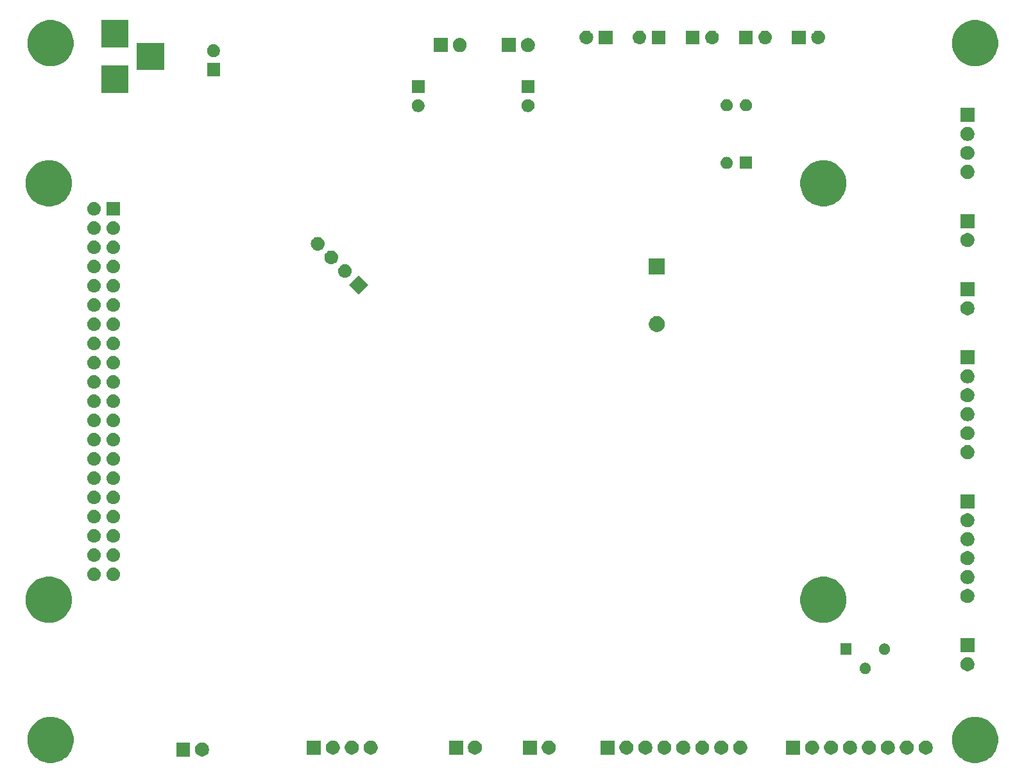
<source format=gbr>
%TF.GenerationSoftware,KiCad,Pcbnew,(5.1.4)-1*%
%TF.CreationDate,2020-11-06T00:10:57+08:00*%
%TF.ProjectId,MCU,4d43552e-6b69-4636-9164-5f7063625858,rev?*%
%TF.SameCoordinates,Original*%
%TF.FileFunction,Soldermask,Top*%
%TF.FilePolarity,Negative*%
%FSLAX46Y46*%
G04 Gerber Fmt 4.6, Leading zero omitted, Abs format (unit mm)*
G04 Created by KiCad (PCBNEW (5.1.4)-1) date 2020-11-06 00:10:57*
%MOMM*%
%LPD*%
G04 APERTURE LIST*
%ADD10C,0.350000*%
G04 APERTURE END LIST*
D10*
G36*
X146889943Y-113066248D02*
G01*
X147445189Y-113296238D01*
X147617497Y-113411371D01*
X147944899Y-113630134D01*
X148369866Y-114055101D01*
X148369867Y-114055103D01*
X148703762Y-114554811D01*
X148933752Y-115110057D01*
X149051000Y-115699501D01*
X149051000Y-116300499D01*
X148933752Y-116889943D01*
X148703762Y-117445189D01*
X148653706Y-117520103D01*
X148369866Y-117944899D01*
X147944899Y-118369866D01*
X147870736Y-118419420D01*
X147445189Y-118703762D01*
X146889943Y-118933752D01*
X146300499Y-119051000D01*
X145699501Y-119051000D01*
X145110057Y-118933752D01*
X144554811Y-118703762D01*
X144129264Y-118419420D01*
X144055101Y-118369866D01*
X143630134Y-117944899D01*
X143346294Y-117520103D01*
X143296238Y-117445189D01*
X143066248Y-116889943D01*
X142949000Y-116300499D01*
X142949000Y-115699501D01*
X143066248Y-115110057D01*
X143296238Y-114554811D01*
X143630133Y-114055103D01*
X143630134Y-114055101D01*
X144055101Y-113630134D01*
X144382503Y-113411371D01*
X144554811Y-113296238D01*
X145110057Y-113066248D01*
X145699501Y-112949000D01*
X146300499Y-112949000D01*
X146889943Y-113066248D01*
X146889943Y-113066248D01*
G37*
G36*
X24889943Y-113066248D02*
G01*
X25445189Y-113296238D01*
X25617497Y-113411371D01*
X25944899Y-113630134D01*
X26369866Y-114055101D01*
X26369867Y-114055103D01*
X26703762Y-114554811D01*
X26933752Y-115110057D01*
X27051000Y-115699501D01*
X27051000Y-116300499D01*
X26933752Y-116889943D01*
X26703762Y-117445189D01*
X26653706Y-117520103D01*
X26369866Y-117944899D01*
X25944899Y-118369866D01*
X25870736Y-118419420D01*
X25445189Y-118703762D01*
X24889943Y-118933752D01*
X24300499Y-119051000D01*
X23699501Y-119051000D01*
X23110057Y-118933752D01*
X22554811Y-118703762D01*
X22129264Y-118419420D01*
X22055101Y-118369866D01*
X21630134Y-117944899D01*
X21346294Y-117520103D01*
X21296238Y-117445189D01*
X21066248Y-116889943D01*
X20949000Y-116300499D01*
X20949000Y-115699501D01*
X21066248Y-115110057D01*
X21296238Y-114554811D01*
X21630133Y-114055103D01*
X21630134Y-114055101D01*
X22055101Y-113630134D01*
X22382503Y-113411371D01*
X22554811Y-113296238D01*
X23110057Y-113066248D01*
X23699501Y-112949000D01*
X24300499Y-112949000D01*
X24889943Y-113066248D01*
X24889943Y-113066248D01*
G37*
G36*
X44270104Y-116359585D02*
G01*
X44438626Y-116429389D01*
X44590291Y-116530728D01*
X44719272Y-116659709D01*
X44820611Y-116811374D01*
X44890415Y-116979896D01*
X44926000Y-117158797D01*
X44926000Y-117341203D01*
X44890415Y-117520104D01*
X44820611Y-117688626D01*
X44719272Y-117840291D01*
X44590291Y-117969272D01*
X44438626Y-118070611D01*
X44270104Y-118140415D01*
X44091203Y-118176000D01*
X43908797Y-118176000D01*
X43729896Y-118140415D01*
X43561374Y-118070611D01*
X43409709Y-117969272D01*
X43280728Y-117840291D01*
X43179389Y-117688626D01*
X43109585Y-117520104D01*
X43074000Y-117341203D01*
X43074000Y-117158797D01*
X43109585Y-116979896D01*
X43179389Y-116811374D01*
X43280728Y-116659709D01*
X43409709Y-116530728D01*
X43561374Y-116429389D01*
X43729896Y-116359585D01*
X43908797Y-116324000D01*
X44091203Y-116324000D01*
X44270104Y-116359585D01*
X44270104Y-116359585D01*
G37*
G36*
X42426000Y-118176000D02*
G01*
X40574000Y-118176000D01*
X40574000Y-116324000D01*
X42426000Y-116324000D01*
X42426000Y-118176000D01*
X42426000Y-118176000D01*
G37*
G36*
X88176000Y-117926000D02*
G01*
X86324000Y-117926000D01*
X86324000Y-116074000D01*
X88176000Y-116074000D01*
X88176000Y-117926000D01*
X88176000Y-117926000D01*
G37*
G36*
X61520104Y-116109585D02*
G01*
X61688626Y-116179389D01*
X61840291Y-116280728D01*
X61969272Y-116409709D01*
X62070611Y-116561374D01*
X62140415Y-116729896D01*
X62176000Y-116908797D01*
X62176000Y-117091203D01*
X62140415Y-117270104D01*
X62070611Y-117438626D01*
X61969272Y-117590291D01*
X61840291Y-117719272D01*
X61688626Y-117820611D01*
X61520104Y-117890415D01*
X61341203Y-117926000D01*
X61158797Y-117926000D01*
X60979896Y-117890415D01*
X60811374Y-117820611D01*
X60659709Y-117719272D01*
X60530728Y-117590291D01*
X60429389Y-117438626D01*
X60359585Y-117270104D01*
X60324000Y-117091203D01*
X60324000Y-116908797D01*
X60359585Y-116729896D01*
X60429389Y-116561374D01*
X60530728Y-116409709D01*
X60659709Y-116280728D01*
X60811374Y-116179389D01*
X60979896Y-116109585D01*
X61158797Y-116074000D01*
X61341203Y-116074000D01*
X61520104Y-116109585D01*
X61520104Y-116109585D01*
G37*
G36*
X59676000Y-117926000D02*
G01*
X57824000Y-117926000D01*
X57824000Y-116074000D01*
X59676000Y-116074000D01*
X59676000Y-117926000D01*
X59676000Y-117926000D01*
G37*
G36*
X80270104Y-116109585D02*
G01*
X80438626Y-116179389D01*
X80590291Y-116280728D01*
X80719272Y-116409709D01*
X80820611Y-116561374D01*
X80890415Y-116729896D01*
X80926000Y-116908797D01*
X80926000Y-117091203D01*
X80890415Y-117270104D01*
X80820611Y-117438626D01*
X80719272Y-117590291D01*
X80590291Y-117719272D01*
X80438626Y-117820611D01*
X80270104Y-117890415D01*
X80091203Y-117926000D01*
X79908797Y-117926000D01*
X79729896Y-117890415D01*
X79561374Y-117820611D01*
X79409709Y-117719272D01*
X79280728Y-117590291D01*
X79179389Y-117438626D01*
X79109585Y-117270104D01*
X79074000Y-117091203D01*
X79074000Y-116908797D01*
X79109585Y-116729896D01*
X79179389Y-116561374D01*
X79280728Y-116409709D01*
X79409709Y-116280728D01*
X79561374Y-116179389D01*
X79729896Y-116109585D01*
X79908797Y-116074000D01*
X80091203Y-116074000D01*
X80270104Y-116109585D01*
X80270104Y-116109585D01*
G37*
G36*
X78426000Y-117926000D02*
G01*
X76574000Y-117926000D01*
X76574000Y-116074000D01*
X78426000Y-116074000D01*
X78426000Y-117926000D01*
X78426000Y-117926000D01*
G37*
G36*
X139770104Y-116109585D02*
G01*
X139938626Y-116179389D01*
X140090291Y-116280728D01*
X140219272Y-116409709D01*
X140320611Y-116561374D01*
X140390415Y-116729896D01*
X140426000Y-116908797D01*
X140426000Y-117091203D01*
X140390415Y-117270104D01*
X140320611Y-117438626D01*
X140219272Y-117590291D01*
X140090291Y-117719272D01*
X139938626Y-117820611D01*
X139770104Y-117890415D01*
X139591203Y-117926000D01*
X139408797Y-117926000D01*
X139229896Y-117890415D01*
X139061374Y-117820611D01*
X138909709Y-117719272D01*
X138780728Y-117590291D01*
X138679389Y-117438626D01*
X138609585Y-117270104D01*
X138574000Y-117091203D01*
X138574000Y-116908797D01*
X138609585Y-116729896D01*
X138679389Y-116561374D01*
X138780728Y-116409709D01*
X138909709Y-116280728D01*
X139061374Y-116179389D01*
X139229896Y-116109585D01*
X139408797Y-116074000D01*
X139591203Y-116074000D01*
X139770104Y-116109585D01*
X139770104Y-116109585D01*
G37*
G36*
X137270104Y-116109585D02*
G01*
X137438626Y-116179389D01*
X137590291Y-116280728D01*
X137719272Y-116409709D01*
X137820611Y-116561374D01*
X137890415Y-116729896D01*
X137926000Y-116908797D01*
X137926000Y-117091203D01*
X137890415Y-117270104D01*
X137820611Y-117438626D01*
X137719272Y-117590291D01*
X137590291Y-117719272D01*
X137438626Y-117820611D01*
X137270104Y-117890415D01*
X137091203Y-117926000D01*
X136908797Y-117926000D01*
X136729896Y-117890415D01*
X136561374Y-117820611D01*
X136409709Y-117719272D01*
X136280728Y-117590291D01*
X136179389Y-117438626D01*
X136109585Y-117270104D01*
X136074000Y-117091203D01*
X136074000Y-116908797D01*
X136109585Y-116729896D01*
X136179389Y-116561374D01*
X136280728Y-116409709D01*
X136409709Y-116280728D01*
X136561374Y-116179389D01*
X136729896Y-116109585D01*
X136908797Y-116074000D01*
X137091203Y-116074000D01*
X137270104Y-116109585D01*
X137270104Y-116109585D01*
G37*
G36*
X134770104Y-116109585D02*
G01*
X134938626Y-116179389D01*
X135090291Y-116280728D01*
X135219272Y-116409709D01*
X135320611Y-116561374D01*
X135390415Y-116729896D01*
X135426000Y-116908797D01*
X135426000Y-117091203D01*
X135390415Y-117270104D01*
X135320611Y-117438626D01*
X135219272Y-117590291D01*
X135090291Y-117719272D01*
X134938626Y-117820611D01*
X134770104Y-117890415D01*
X134591203Y-117926000D01*
X134408797Y-117926000D01*
X134229896Y-117890415D01*
X134061374Y-117820611D01*
X133909709Y-117719272D01*
X133780728Y-117590291D01*
X133679389Y-117438626D01*
X133609585Y-117270104D01*
X133574000Y-117091203D01*
X133574000Y-116908797D01*
X133609585Y-116729896D01*
X133679389Y-116561374D01*
X133780728Y-116409709D01*
X133909709Y-116280728D01*
X134061374Y-116179389D01*
X134229896Y-116109585D01*
X134408797Y-116074000D01*
X134591203Y-116074000D01*
X134770104Y-116109585D01*
X134770104Y-116109585D01*
G37*
G36*
X132270104Y-116109585D02*
G01*
X132438626Y-116179389D01*
X132590291Y-116280728D01*
X132719272Y-116409709D01*
X132820611Y-116561374D01*
X132890415Y-116729896D01*
X132926000Y-116908797D01*
X132926000Y-117091203D01*
X132890415Y-117270104D01*
X132820611Y-117438626D01*
X132719272Y-117590291D01*
X132590291Y-117719272D01*
X132438626Y-117820611D01*
X132270104Y-117890415D01*
X132091203Y-117926000D01*
X131908797Y-117926000D01*
X131729896Y-117890415D01*
X131561374Y-117820611D01*
X131409709Y-117719272D01*
X131280728Y-117590291D01*
X131179389Y-117438626D01*
X131109585Y-117270104D01*
X131074000Y-117091203D01*
X131074000Y-116908797D01*
X131109585Y-116729896D01*
X131179389Y-116561374D01*
X131280728Y-116409709D01*
X131409709Y-116280728D01*
X131561374Y-116179389D01*
X131729896Y-116109585D01*
X131908797Y-116074000D01*
X132091203Y-116074000D01*
X132270104Y-116109585D01*
X132270104Y-116109585D01*
G37*
G36*
X129770104Y-116109585D02*
G01*
X129938626Y-116179389D01*
X130090291Y-116280728D01*
X130219272Y-116409709D01*
X130320611Y-116561374D01*
X130390415Y-116729896D01*
X130426000Y-116908797D01*
X130426000Y-117091203D01*
X130390415Y-117270104D01*
X130320611Y-117438626D01*
X130219272Y-117590291D01*
X130090291Y-117719272D01*
X129938626Y-117820611D01*
X129770104Y-117890415D01*
X129591203Y-117926000D01*
X129408797Y-117926000D01*
X129229896Y-117890415D01*
X129061374Y-117820611D01*
X128909709Y-117719272D01*
X128780728Y-117590291D01*
X128679389Y-117438626D01*
X128609585Y-117270104D01*
X128574000Y-117091203D01*
X128574000Y-116908797D01*
X128609585Y-116729896D01*
X128679389Y-116561374D01*
X128780728Y-116409709D01*
X128909709Y-116280728D01*
X129061374Y-116179389D01*
X129229896Y-116109585D01*
X129408797Y-116074000D01*
X129591203Y-116074000D01*
X129770104Y-116109585D01*
X129770104Y-116109585D01*
G37*
G36*
X127270104Y-116109585D02*
G01*
X127438626Y-116179389D01*
X127590291Y-116280728D01*
X127719272Y-116409709D01*
X127820611Y-116561374D01*
X127890415Y-116729896D01*
X127926000Y-116908797D01*
X127926000Y-117091203D01*
X127890415Y-117270104D01*
X127820611Y-117438626D01*
X127719272Y-117590291D01*
X127590291Y-117719272D01*
X127438626Y-117820611D01*
X127270104Y-117890415D01*
X127091203Y-117926000D01*
X126908797Y-117926000D01*
X126729896Y-117890415D01*
X126561374Y-117820611D01*
X126409709Y-117719272D01*
X126280728Y-117590291D01*
X126179389Y-117438626D01*
X126109585Y-117270104D01*
X126074000Y-117091203D01*
X126074000Y-116908797D01*
X126109585Y-116729896D01*
X126179389Y-116561374D01*
X126280728Y-116409709D01*
X126409709Y-116280728D01*
X126561374Y-116179389D01*
X126729896Y-116109585D01*
X126908797Y-116074000D01*
X127091203Y-116074000D01*
X127270104Y-116109585D01*
X127270104Y-116109585D01*
G37*
G36*
X124770104Y-116109585D02*
G01*
X124938626Y-116179389D01*
X125090291Y-116280728D01*
X125219272Y-116409709D01*
X125320611Y-116561374D01*
X125390415Y-116729896D01*
X125426000Y-116908797D01*
X125426000Y-117091203D01*
X125390415Y-117270104D01*
X125320611Y-117438626D01*
X125219272Y-117590291D01*
X125090291Y-117719272D01*
X124938626Y-117820611D01*
X124770104Y-117890415D01*
X124591203Y-117926000D01*
X124408797Y-117926000D01*
X124229896Y-117890415D01*
X124061374Y-117820611D01*
X123909709Y-117719272D01*
X123780728Y-117590291D01*
X123679389Y-117438626D01*
X123609585Y-117270104D01*
X123574000Y-117091203D01*
X123574000Y-116908797D01*
X123609585Y-116729896D01*
X123679389Y-116561374D01*
X123780728Y-116409709D01*
X123909709Y-116280728D01*
X124061374Y-116179389D01*
X124229896Y-116109585D01*
X124408797Y-116074000D01*
X124591203Y-116074000D01*
X124770104Y-116109585D01*
X124770104Y-116109585D01*
G37*
G36*
X115270104Y-116109585D02*
G01*
X115438626Y-116179389D01*
X115590291Y-116280728D01*
X115719272Y-116409709D01*
X115820611Y-116561374D01*
X115890415Y-116729896D01*
X115926000Y-116908797D01*
X115926000Y-117091203D01*
X115890415Y-117270104D01*
X115820611Y-117438626D01*
X115719272Y-117590291D01*
X115590291Y-117719272D01*
X115438626Y-117820611D01*
X115270104Y-117890415D01*
X115091203Y-117926000D01*
X114908797Y-117926000D01*
X114729896Y-117890415D01*
X114561374Y-117820611D01*
X114409709Y-117719272D01*
X114280728Y-117590291D01*
X114179389Y-117438626D01*
X114109585Y-117270104D01*
X114074000Y-117091203D01*
X114074000Y-116908797D01*
X114109585Y-116729896D01*
X114179389Y-116561374D01*
X114280728Y-116409709D01*
X114409709Y-116280728D01*
X114561374Y-116179389D01*
X114729896Y-116109585D01*
X114908797Y-116074000D01*
X115091203Y-116074000D01*
X115270104Y-116109585D01*
X115270104Y-116109585D01*
G37*
G36*
X64020104Y-116109585D02*
G01*
X64188626Y-116179389D01*
X64340291Y-116280728D01*
X64469272Y-116409709D01*
X64570611Y-116561374D01*
X64640415Y-116729896D01*
X64676000Y-116908797D01*
X64676000Y-117091203D01*
X64640415Y-117270104D01*
X64570611Y-117438626D01*
X64469272Y-117590291D01*
X64340291Y-117719272D01*
X64188626Y-117820611D01*
X64020104Y-117890415D01*
X63841203Y-117926000D01*
X63658797Y-117926000D01*
X63479896Y-117890415D01*
X63311374Y-117820611D01*
X63159709Y-117719272D01*
X63030728Y-117590291D01*
X62929389Y-117438626D01*
X62859585Y-117270104D01*
X62824000Y-117091203D01*
X62824000Y-116908797D01*
X62859585Y-116729896D01*
X62929389Y-116561374D01*
X63030728Y-116409709D01*
X63159709Y-116280728D01*
X63311374Y-116179389D01*
X63479896Y-116109585D01*
X63658797Y-116074000D01*
X63841203Y-116074000D01*
X64020104Y-116109585D01*
X64020104Y-116109585D01*
G37*
G36*
X90020104Y-116109585D02*
G01*
X90188626Y-116179389D01*
X90340291Y-116280728D01*
X90469272Y-116409709D01*
X90570611Y-116561374D01*
X90640415Y-116729896D01*
X90676000Y-116908797D01*
X90676000Y-117091203D01*
X90640415Y-117270104D01*
X90570611Y-117438626D01*
X90469272Y-117590291D01*
X90340291Y-117719272D01*
X90188626Y-117820611D01*
X90020104Y-117890415D01*
X89841203Y-117926000D01*
X89658797Y-117926000D01*
X89479896Y-117890415D01*
X89311374Y-117820611D01*
X89159709Y-117719272D01*
X89030728Y-117590291D01*
X88929389Y-117438626D01*
X88859585Y-117270104D01*
X88824000Y-117091203D01*
X88824000Y-116908797D01*
X88859585Y-116729896D01*
X88929389Y-116561374D01*
X89030728Y-116409709D01*
X89159709Y-116280728D01*
X89311374Y-116179389D01*
X89479896Y-116109585D01*
X89658797Y-116074000D01*
X89841203Y-116074000D01*
X90020104Y-116109585D01*
X90020104Y-116109585D01*
G37*
G36*
X98426000Y-117926000D02*
G01*
X96574000Y-117926000D01*
X96574000Y-116074000D01*
X98426000Y-116074000D01*
X98426000Y-117926000D01*
X98426000Y-117926000D01*
G37*
G36*
X66520104Y-116109585D02*
G01*
X66688626Y-116179389D01*
X66840291Y-116280728D01*
X66969272Y-116409709D01*
X67070611Y-116561374D01*
X67140415Y-116729896D01*
X67176000Y-116908797D01*
X67176000Y-117091203D01*
X67140415Y-117270104D01*
X67070611Y-117438626D01*
X66969272Y-117590291D01*
X66840291Y-117719272D01*
X66688626Y-117820611D01*
X66520104Y-117890415D01*
X66341203Y-117926000D01*
X66158797Y-117926000D01*
X65979896Y-117890415D01*
X65811374Y-117820611D01*
X65659709Y-117719272D01*
X65530728Y-117590291D01*
X65429389Y-117438626D01*
X65359585Y-117270104D01*
X65324000Y-117091203D01*
X65324000Y-116908797D01*
X65359585Y-116729896D01*
X65429389Y-116561374D01*
X65530728Y-116409709D01*
X65659709Y-116280728D01*
X65811374Y-116179389D01*
X65979896Y-116109585D01*
X66158797Y-116074000D01*
X66341203Y-116074000D01*
X66520104Y-116109585D01*
X66520104Y-116109585D01*
G37*
G36*
X100270104Y-116109585D02*
G01*
X100438626Y-116179389D01*
X100590291Y-116280728D01*
X100719272Y-116409709D01*
X100820611Y-116561374D01*
X100890415Y-116729896D01*
X100926000Y-116908797D01*
X100926000Y-117091203D01*
X100890415Y-117270104D01*
X100820611Y-117438626D01*
X100719272Y-117590291D01*
X100590291Y-117719272D01*
X100438626Y-117820611D01*
X100270104Y-117890415D01*
X100091203Y-117926000D01*
X99908797Y-117926000D01*
X99729896Y-117890415D01*
X99561374Y-117820611D01*
X99409709Y-117719272D01*
X99280728Y-117590291D01*
X99179389Y-117438626D01*
X99109585Y-117270104D01*
X99074000Y-117091203D01*
X99074000Y-116908797D01*
X99109585Y-116729896D01*
X99179389Y-116561374D01*
X99280728Y-116409709D01*
X99409709Y-116280728D01*
X99561374Y-116179389D01*
X99729896Y-116109585D01*
X99908797Y-116074000D01*
X100091203Y-116074000D01*
X100270104Y-116109585D01*
X100270104Y-116109585D01*
G37*
G36*
X102770104Y-116109585D02*
G01*
X102938626Y-116179389D01*
X103090291Y-116280728D01*
X103219272Y-116409709D01*
X103320611Y-116561374D01*
X103390415Y-116729896D01*
X103426000Y-116908797D01*
X103426000Y-117091203D01*
X103390415Y-117270104D01*
X103320611Y-117438626D01*
X103219272Y-117590291D01*
X103090291Y-117719272D01*
X102938626Y-117820611D01*
X102770104Y-117890415D01*
X102591203Y-117926000D01*
X102408797Y-117926000D01*
X102229896Y-117890415D01*
X102061374Y-117820611D01*
X101909709Y-117719272D01*
X101780728Y-117590291D01*
X101679389Y-117438626D01*
X101609585Y-117270104D01*
X101574000Y-117091203D01*
X101574000Y-116908797D01*
X101609585Y-116729896D01*
X101679389Y-116561374D01*
X101780728Y-116409709D01*
X101909709Y-116280728D01*
X102061374Y-116179389D01*
X102229896Y-116109585D01*
X102408797Y-116074000D01*
X102591203Y-116074000D01*
X102770104Y-116109585D01*
X102770104Y-116109585D01*
G37*
G36*
X105270104Y-116109585D02*
G01*
X105438626Y-116179389D01*
X105590291Y-116280728D01*
X105719272Y-116409709D01*
X105820611Y-116561374D01*
X105890415Y-116729896D01*
X105926000Y-116908797D01*
X105926000Y-117091203D01*
X105890415Y-117270104D01*
X105820611Y-117438626D01*
X105719272Y-117590291D01*
X105590291Y-117719272D01*
X105438626Y-117820611D01*
X105270104Y-117890415D01*
X105091203Y-117926000D01*
X104908797Y-117926000D01*
X104729896Y-117890415D01*
X104561374Y-117820611D01*
X104409709Y-117719272D01*
X104280728Y-117590291D01*
X104179389Y-117438626D01*
X104109585Y-117270104D01*
X104074000Y-117091203D01*
X104074000Y-116908797D01*
X104109585Y-116729896D01*
X104179389Y-116561374D01*
X104280728Y-116409709D01*
X104409709Y-116280728D01*
X104561374Y-116179389D01*
X104729896Y-116109585D01*
X104908797Y-116074000D01*
X105091203Y-116074000D01*
X105270104Y-116109585D01*
X105270104Y-116109585D01*
G37*
G36*
X107770104Y-116109585D02*
G01*
X107938626Y-116179389D01*
X108090291Y-116280728D01*
X108219272Y-116409709D01*
X108320611Y-116561374D01*
X108390415Y-116729896D01*
X108426000Y-116908797D01*
X108426000Y-117091203D01*
X108390415Y-117270104D01*
X108320611Y-117438626D01*
X108219272Y-117590291D01*
X108090291Y-117719272D01*
X107938626Y-117820611D01*
X107770104Y-117890415D01*
X107591203Y-117926000D01*
X107408797Y-117926000D01*
X107229896Y-117890415D01*
X107061374Y-117820611D01*
X106909709Y-117719272D01*
X106780728Y-117590291D01*
X106679389Y-117438626D01*
X106609585Y-117270104D01*
X106574000Y-117091203D01*
X106574000Y-116908797D01*
X106609585Y-116729896D01*
X106679389Y-116561374D01*
X106780728Y-116409709D01*
X106909709Y-116280728D01*
X107061374Y-116179389D01*
X107229896Y-116109585D01*
X107408797Y-116074000D01*
X107591203Y-116074000D01*
X107770104Y-116109585D01*
X107770104Y-116109585D01*
G37*
G36*
X110270104Y-116109585D02*
G01*
X110438626Y-116179389D01*
X110590291Y-116280728D01*
X110719272Y-116409709D01*
X110820611Y-116561374D01*
X110890415Y-116729896D01*
X110926000Y-116908797D01*
X110926000Y-117091203D01*
X110890415Y-117270104D01*
X110820611Y-117438626D01*
X110719272Y-117590291D01*
X110590291Y-117719272D01*
X110438626Y-117820611D01*
X110270104Y-117890415D01*
X110091203Y-117926000D01*
X109908797Y-117926000D01*
X109729896Y-117890415D01*
X109561374Y-117820611D01*
X109409709Y-117719272D01*
X109280728Y-117590291D01*
X109179389Y-117438626D01*
X109109585Y-117270104D01*
X109074000Y-117091203D01*
X109074000Y-116908797D01*
X109109585Y-116729896D01*
X109179389Y-116561374D01*
X109280728Y-116409709D01*
X109409709Y-116280728D01*
X109561374Y-116179389D01*
X109729896Y-116109585D01*
X109908797Y-116074000D01*
X110091203Y-116074000D01*
X110270104Y-116109585D01*
X110270104Y-116109585D01*
G37*
G36*
X112770104Y-116109585D02*
G01*
X112938626Y-116179389D01*
X113090291Y-116280728D01*
X113219272Y-116409709D01*
X113320611Y-116561374D01*
X113390415Y-116729896D01*
X113426000Y-116908797D01*
X113426000Y-117091203D01*
X113390415Y-117270104D01*
X113320611Y-117438626D01*
X113219272Y-117590291D01*
X113090291Y-117719272D01*
X112938626Y-117820611D01*
X112770104Y-117890415D01*
X112591203Y-117926000D01*
X112408797Y-117926000D01*
X112229896Y-117890415D01*
X112061374Y-117820611D01*
X111909709Y-117719272D01*
X111780728Y-117590291D01*
X111679389Y-117438626D01*
X111609585Y-117270104D01*
X111574000Y-117091203D01*
X111574000Y-116908797D01*
X111609585Y-116729896D01*
X111679389Y-116561374D01*
X111780728Y-116409709D01*
X111909709Y-116280728D01*
X112061374Y-116179389D01*
X112229896Y-116109585D01*
X112408797Y-116074000D01*
X112591203Y-116074000D01*
X112770104Y-116109585D01*
X112770104Y-116109585D01*
G37*
G36*
X122926000Y-117926000D02*
G01*
X121074000Y-117926000D01*
X121074000Y-116074000D01*
X122926000Y-116074000D01*
X122926000Y-117926000D01*
X122926000Y-117926000D01*
G37*
G36*
X131719059Y-105817860D02*
G01*
X131855732Y-105874472D01*
X131978735Y-105956660D01*
X132083340Y-106061265D01*
X132083341Y-106061267D01*
X132165529Y-106184270D01*
X132222140Y-106320941D01*
X132251000Y-106466032D01*
X132251000Y-106613968D01*
X132222140Y-106759059D01*
X132167731Y-106890415D01*
X132165528Y-106895732D01*
X132083340Y-107018735D01*
X131978735Y-107123340D01*
X131855732Y-107205528D01*
X131855731Y-107205529D01*
X131855730Y-107205529D01*
X131719059Y-107262140D01*
X131573968Y-107291000D01*
X131426032Y-107291000D01*
X131280941Y-107262140D01*
X131144270Y-107205529D01*
X131144269Y-107205529D01*
X131144268Y-107205528D01*
X131021265Y-107123340D01*
X130916660Y-107018735D01*
X130834472Y-106895732D01*
X130832270Y-106890415D01*
X130777860Y-106759059D01*
X130749000Y-106613968D01*
X130749000Y-106466032D01*
X130777860Y-106320941D01*
X130834471Y-106184270D01*
X130916659Y-106061267D01*
X130916660Y-106061265D01*
X131021265Y-105956660D01*
X131144268Y-105874472D01*
X131280941Y-105817860D01*
X131426032Y-105789000D01*
X131573968Y-105789000D01*
X131719059Y-105817860D01*
X131719059Y-105817860D01*
G37*
G36*
X145270104Y-105109585D02*
G01*
X145438626Y-105179389D01*
X145590291Y-105280728D01*
X145719272Y-105409709D01*
X145820611Y-105561374D01*
X145890415Y-105729896D01*
X145926000Y-105908797D01*
X145926000Y-106091203D01*
X145890415Y-106270104D01*
X145820611Y-106438626D01*
X145719272Y-106590291D01*
X145590291Y-106719272D01*
X145438626Y-106820611D01*
X145270104Y-106890415D01*
X145091203Y-106926000D01*
X144908797Y-106926000D01*
X144729896Y-106890415D01*
X144561374Y-106820611D01*
X144409709Y-106719272D01*
X144280728Y-106590291D01*
X144179389Y-106438626D01*
X144109585Y-106270104D01*
X144074000Y-106091203D01*
X144074000Y-105908797D01*
X144109585Y-105729896D01*
X144179389Y-105561374D01*
X144280728Y-105409709D01*
X144409709Y-105280728D01*
X144561374Y-105179389D01*
X144729896Y-105109585D01*
X144908797Y-105074000D01*
X145091203Y-105074000D01*
X145270104Y-105109585D01*
X145270104Y-105109585D01*
G37*
G36*
X134259059Y-103277860D02*
G01*
X134395732Y-103334472D01*
X134518735Y-103416660D01*
X134623340Y-103521265D01*
X134705528Y-103644268D01*
X134762140Y-103780941D01*
X134791000Y-103926033D01*
X134791000Y-104073967D01*
X134762140Y-104219059D01*
X134705528Y-104355732D01*
X134623340Y-104478735D01*
X134518735Y-104583340D01*
X134395732Y-104665528D01*
X134395731Y-104665529D01*
X134395730Y-104665529D01*
X134259059Y-104722140D01*
X134113968Y-104751000D01*
X133966032Y-104751000D01*
X133820941Y-104722140D01*
X133684270Y-104665529D01*
X133684269Y-104665529D01*
X133684268Y-104665528D01*
X133561265Y-104583340D01*
X133456660Y-104478735D01*
X133374472Y-104355732D01*
X133317860Y-104219059D01*
X133289000Y-104073967D01*
X133289000Y-103926033D01*
X133317860Y-103780941D01*
X133374472Y-103644268D01*
X133456660Y-103521265D01*
X133561265Y-103416660D01*
X133684268Y-103334472D01*
X133820941Y-103277860D01*
X133966032Y-103249000D01*
X134113968Y-103249000D01*
X134259059Y-103277860D01*
X134259059Y-103277860D01*
G37*
G36*
X129711000Y-104751000D02*
G01*
X128209000Y-104751000D01*
X128209000Y-103249000D01*
X129711000Y-103249000D01*
X129711000Y-104751000D01*
X129711000Y-104751000D01*
G37*
G36*
X145926000Y-104426000D02*
G01*
X144074000Y-104426000D01*
X144074000Y-102574000D01*
X145926000Y-102574000D01*
X145926000Y-104426000D01*
X145926000Y-104426000D01*
G37*
G36*
X24664943Y-94566248D02*
G01*
X25220189Y-94796238D01*
X25357188Y-94887778D01*
X25719899Y-95130134D01*
X26144866Y-95555101D01*
X26144867Y-95555103D01*
X26478762Y-96054811D01*
X26708752Y-96610057D01*
X26826000Y-97199501D01*
X26826000Y-97800499D01*
X26708752Y-98389943D01*
X26478762Y-98945189D01*
X26416872Y-99037814D01*
X26144866Y-99444899D01*
X25719899Y-99869866D01*
X25645736Y-99919420D01*
X25220189Y-100203762D01*
X24664943Y-100433752D01*
X24075499Y-100551000D01*
X23474501Y-100551000D01*
X22885057Y-100433752D01*
X22329811Y-100203762D01*
X21904264Y-99919420D01*
X21830101Y-99869866D01*
X21405134Y-99444899D01*
X21133128Y-99037814D01*
X21071238Y-98945189D01*
X20841248Y-98389943D01*
X20724000Y-97800499D01*
X20724000Y-97199501D01*
X20841248Y-96610057D01*
X21071238Y-96054811D01*
X21405133Y-95555103D01*
X21405134Y-95555101D01*
X21830101Y-95130134D01*
X22192812Y-94887778D01*
X22329811Y-94796238D01*
X22885057Y-94566248D01*
X23474501Y-94449000D01*
X24075499Y-94449000D01*
X24664943Y-94566248D01*
X24664943Y-94566248D01*
G37*
G36*
X126864943Y-94566248D02*
G01*
X127420189Y-94796238D01*
X127557188Y-94887778D01*
X127919899Y-95130134D01*
X128344866Y-95555101D01*
X128344867Y-95555103D01*
X128678762Y-96054811D01*
X128908752Y-96610057D01*
X129026000Y-97199501D01*
X129026000Y-97800499D01*
X128908752Y-98389943D01*
X128678762Y-98945189D01*
X128616872Y-99037814D01*
X128344866Y-99444899D01*
X127919899Y-99869866D01*
X127845736Y-99919420D01*
X127420189Y-100203762D01*
X126864943Y-100433752D01*
X126275499Y-100551000D01*
X125674501Y-100551000D01*
X125085057Y-100433752D01*
X124529811Y-100203762D01*
X124104264Y-99919420D01*
X124030101Y-99869866D01*
X123605134Y-99444899D01*
X123333128Y-99037814D01*
X123271238Y-98945189D01*
X123041248Y-98389943D01*
X122924000Y-97800499D01*
X122924000Y-97199501D01*
X123041248Y-96610057D01*
X123271238Y-96054811D01*
X123605133Y-95555103D01*
X123605134Y-95555101D01*
X124030101Y-95130134D01*
X124392812Y-94887778D01*
X124529811Y-94796238D01*
X125085057Y-94566248D01*
X125674501Y-94449000D01*
X126275499Y-94449000D01*
X126864943Y-94566248D01*
X126864943Y-94566248D01*
G37*
G36*
X145270104Y-96109585D02*
G01*
X145438626Y-96179389D01*
X145590291Y-96280728D01*
X145719272Y-96409709D01*
X145820611Y-96561374D01*
X145890415Y-96729896D01*
X145926000Y-96908797D01*
X145926000Y-97091203D01*
X145890415Y-97270104D01*
X145820611Y-97438626D01*
X145719272Y-97590291D01*
X145590291Y-97719272D01*
X145438626Y-97820611D01*
X145270104Y-97890415D01*
X145091203Y-97926000D01*
X144908797Y-97926000D01*
X144729896Y-97890415D01*
X144561374Y-97820611D01*
X144409709Y-97719272D01*
X144280728Y-97590291D01*
X144179389Y-97438626D01*
X144109585Y-97270104D01*
X144074000Y-97091203D01*
X144074000Y-96908797D01*
X144109585Y-96729896D01*
X144179389Y-96561374D01*
X144280728Y-96409709D01*
X144409709Y-96280728D01*
X144561374Y-96179389D01*
X144729896Y-96109585D01*
X144908797Y-96074000D01*
X145091203Y-96074000D01*
X145270104Y-96109585D01*
X145270104Y-96109585D01*
G37*
G36*
X145270104Y-93609585D02*
G01*
X145438626Y-93679389D01*
X145590291Y-93780728D01*
X145719272Y-93909709D01*
X145820611Y-94061374D01*
X145890415Y-94229896D01*
X145926000Y-94408797D01*
X145926000Y-94591203D01*
X145890415Y-94770104D01*
X145820611Y-94938626D01*
X145719272Y-95090291D01*
X145590291Y-95219272D01*
X145438626Y-95320611D01*
X145270104Y-95390415D01*
X145091203Y-95426000D01*
X144908797Y-95426000D01*
X144729896Y-95390415D01*
X144561374Y-95320611D01*
X144409709Y-95219272D01*
X144280728Y-95090291D01*
X144179389Y-94938626D01*
X144109585Y-94770104D01*
X144074000Y-94591203D01*
X144074000Y-94408797D01*
X144109585Y-94229896D01*
X144179389Y-94061374D01*
X144280728Y-93909709D01*
X144409709Y-93780728D01*
X144561374Y-93679389D01*
X144729896Y-93609585D01*
X144908797Y-93574000D01*
X145091203Y-93574000D01*
X145270104Y-93609585D01*
X145270104Y-93609585D01*
G37*
G36*
X32380443Y-93240519D02*
G01*
X32446627Y-93247037D01*
X32616466Y-93298557D01*
X32772991Y-93382222D01*
X32808729Y-93411552D01*
X32910186Y-93494814D01*
X32975171Y-93574000D01*
X33022778Y-93632009D01*
X33106443Y-93788534D01*
X33157963Y-93958373D01*
X33175359Y-94135000D01*
X33157963Y-94311627D01*
X33106443Y-94481466D01*
X33022778Y-94637991D01*
X32993448Y-94673729D01*
X32910186Y-94775186D01*
X32834250Y-94837504D01*
X32772991Y-94887778D01*
X32616466Y-94971443D01*
X32446627Y-95022963D01*
X32380443Y-95029481D01*
X32314260Y-95036000D01*
X32225740Y-95036000D01*
X32159557Y-95029481D01*
X32093373Y-95022963D01*
X31923534Y-94971443D01*
X31767009Y-94887778D01*
X31705750Y-94837504D01*
X31629814Y-94775186D01*
X31546552Y-94673729D01*
X31517222Y-94637991D01*
X31433557Y-94481466D01*
X31382037Y-94311627D01*
X31364641Y-94135000D01*
X31382037Y-93958373D01*
X31433557Y-93788534D01*
X31517222Y-93632009D01*
X31564829Y-93574000D01*
X31629814Y-93494814D01*
X31731271Y-93411552D01*
X31767009Y-93382222D01*
X31923534Y-93298557D01*
X32093373Y-93247037D01*
X32159557Y-93240519D01*
X32225740Y-93234000D01*
X32314260Y-93234000D01*
X32380443Y-93240519D01*
X32380443Y-93240519D01*
G37*
G36*
X29840443Y-93240519D02*
G01*
X29906627Y-93247037D01*
X30076466Y-93298557D01*
X30232991Y-93382222D01*
X30268729Y-93411552D01*
X30370186Y-93494814D01*
X30435171Y-93574000D01*
X30482778Y-93632009D01*
X30566443Y-93788534D01*
X30617963Y-93958373D01*
X30635359Y-94135000D01*
X30617963Y-94311627D01*
X30566443Y-94481466D01*
X30482778Y-94637991D01*
X30453448Y-94673729D01*
X30370186Y-94775186D01*
X30294250Y-94837504D01*
X30232991Y-94887778D01*
X30076466Y-94971443D01*
X29906627Y-95022963D01*
X29840443Y-95029481D01*
X29774260Y-95036000D01*
X29685740Y-95036000D01*
X29619557Y-95029481D01*
X29553373Y-95022963D01*
X29383534Y-94971443D01*
X29227009Y-94887778D01*
X29165750Y-94837504D01*
X29089814Y-94775186D01*
X29006552Y-94673729D01*
X28977222Y-94637991D01*
X28893557Y-94481466D01*
X28842037Y-94311627D01*
X28824641Y-94135000D01*
X28842037Y-93958373D01*
X28893557Y-93788534D01*
X28977222Y-93632009D01*
X29024829Y-93574000D01*
X29089814Y-93494814D01*
X29191271Y-93411552D01*
X29227009Y-93382222D01*
X29383534Y-93298557D01*
X29553373Y-93247037D01*
X29619557Y-93240519D01*
X29685740Y-93234000D01*
X29774260Y-93234000D01*
X29840443Y-93240519D01*
X29840443Y-93240519D01*
G37*
G36*
X145270104Y-91109585D02*
G01*
X145438626Y-91179389D01*
X145590291Y-91280728D01*
X145719272Y-91409709D01*
X145820611Y-91561374D01*
X145890415Y-91729896D01*
X145926000Y-91908797D01*
X145926000Y-92091203D01*
X145890415Y-92270104D01*
X145820611Y-92438626D01*
X145719272Y-92590291D01*
X145590291Y-92719272D01*
X145438626Y-92820611D01*
X145270104Y-92890415D01*
X145091203Y-92926000D01*
X144908797Y-92926000D01*
X144729896Y-92890415D01*
X144561374Y-92820611D01*
X144409709Y-92719272D01*
X144280728Y-92590291D01*
X144179389Y-92438626D01*
X144109585Y-92270104D01*
X144074000Y-92091203D01*
X144074000Y-91908797D01*
X144109585Y-91729896D01*
X144179389Y-91561374D01*
X144280728Y-91409709D01*
X144409709Y-91280728D01*
X144561374Y-91179389D01*
X144729896Y-91109585D01*
X144908797Y-91074000D01*
X145091203Y-91074000D01*
X145270104Y-91109585D01*
X145270104Y-91109585D01*
G37*
G36*
X32380443Y-90700519D02*
G01*
X32446627Y-90707037D01*
X32616466Y-90758557D01*
X32772991Y-90842222D01*
X32808729Y-90871552D01*
X32910186Y-90954814D01*
X32993448Y-91056271D01*
X33022778Y-91092009D01*
X33106443Y-91248534D01*
X33157963Y-91418373D01*
X33175359Y-91595000D01*
X33157963Y-91771627D01*
X33106443Y-91941466D01*
X33022778Y-92097991D01*
X32993448Y-92133729D01*
X32910186Y-92235186D01*
X32808729Y-92318448D01*
X32772991Y-92347778D01*
X32616466Y-92431443D01*
X32446627Y-92482963D01*
X32380442Y-92489482D01*
X32314260Y-92496000D01*
X32225740Y-92496000D01*
X32159558Y-92489482D01*
X32093373Y-92482963D01*
X31923534Y-92431443D01*
X31767009Y-92347778D01*
X31731271Y-92318448D01*
X31629814Y-92235186D01*
X31546552Y-92133729D01*
X31517222Y-92097991D01*
X31433557Y-91941466D01*
X31382037Y-91771627D01*
X31364641Y-91595000D01*
X31382037Y-91418373D01*
X31433557Y-91248534D01*
X31517222Y-91092009D01*
X31546552Y-91056271D01*
X31629814Y-90954814D01*
X31731271Y-90871552D01*
X31767009Y-90842222D01*
X31923534Y-90758557D01*
X32093373Y-90707037D01*
X32159557Y-90700519D01*
X32225740Y-90694000D01*
X32314260Y-90694000D01*
X32380443Y-90700519D01*
X32380443Y-90700519D01*
G37*
G36*
X29840443Y-90700519D02*
G01*
X29906627Y-90707037D01*
X30076466Y-90758557D01*
X30232991Y-90842222D01*
X30268729Y-90871552D01*
X30370186Y-90954814D01*
X30453448Y-91056271D01*
X30482778Y-91092009D01*
X30566443Y-91248534D01*
X30617963Y-91418373D01*
X30635359Y-91595000D01*
X30617963Y-91771627D01*
X30566443Y-91941466D01*
X30482778Y-92097991D01*
X30453448Y-92133729D01*
X30370186Y-92235186D01*
X30268729Y-92318448D01*
X30232991Y-92347778D01*
X30076466Y-92431443D01*
X29906627Y-92482963D01*
X29840442Y-92489482D01*
X29774260Y-92496000D01*
X29685740Y-92496000D01*
X29619558Y-92489482D01*
X29553373Y-92482963D01*
X29383534Y-92431443D01*
X29227009Y-92347778D01*
X29191271Y-92318448D01*
X29089814Y-92235186D01*
X29006552Y-92133729D01*
X28977222Y-92097991D01*
X28893557Y-91941466D01*
X28842037Y-91771627D01*
X28824641Y-91595000D01*
X28842037Y-91418373D01*
X28893557Y-91248534D01*
X28977222Y-91092009D01*
X29006552Y-91056271D01*
X29089814Y-90954814D01*
X29191271Y-90871552D01*
X29227009Y-90842222D01*
X29383534Y-90758557D01*
X29553373Y-90707037D01*
X29619557Y-90700519D01*
X29685740Y-90694000D01*
X29774260Y-90694000D01*
X29840443Y-90700519D01*
X29840443Y-90700519D01*
G37*
G36*
X145270104Y-88609585D02*
G01*
X145438626Y-88679389D01*
X145590291Y-88780728D01*
X145719272Y-88909709D01*
X145820611Y-89061374D01*
X145890415Y-89229896D01*
X145926000Y-89408797D01*
X145926000Y-89591203D01*
X145890415Y-89770104D01*
X145820611Y-89938626D01*
X145719272Y-90090291D01*
X145590291Y-90219272D01*
X145438626Y-90320611D01*
X145270104Y-90390415D01*
X145091203Y-90426000D01*
X144908797Y-90426000D01*
X144729896Y-90390415D01*
X144561374Y-90320611D01*
X144409709Y-90219272D01*
X144280728Y-90090291D01*
X144179389Y-89938626D01*
X144109585Y-89770104D01*
X144074000Y-89591203D01*
X144074000Y-89408797D01*
X144109585Y-89229896D01*
X144179389Y-89061374D01*
X144280728Y-88909709D01*
X144409709Y-88780728D01*
X144561374Y-88679389D01*
X144729896Y-88609585D01*
X144908797Y-88574000D01*
X145091203Y-88574000D01*
X145270104Y-88609585D01*
X145270104Y-88609585D01*
G37*
G36*
X29840442Y-88160518D02*
G01*
X29906627Y-88167037D01*
X30076466Y-88218557D01*
X30232991Y-88302222D01*
X30268729Y-88331552D01*
X30370186Y-88414814D01*
X30453448Y-88516271D01*
X30482778Y-88552009D01*
X30566443Y-88708534D01*
X30617963Y-88878373D01*
X30635359Y-89055000D01*
X30617963Y-89231627D01*
X30566443Y-89401466D01*
X30566442Y-89401468D01*
X30524611Y-89479728D01*
X30482778Y-89557991D01*
X30455521Y-89591203D01*
X30370186Y-89695186D01*
X30278898Y-89770103D01*
X30232991Y-89807778D01*
X30076466Y-89891443D01*
X29906627Y-89942963D01*
X29840443Y-89949481D01*
X29774260Y-89956000D01*
X29685740Y-89956000D01*
X29619557Y-89949481D01*
X29553373Y-89942963D01*
X29383534Y-89891443D01*
X29227009Y-89807778D01*
X29181102Y-89770103D01*
X29089814Y-89695186D01*
X29004479Y-89591203D01*
X28977222Y-89557991D01*
X28935389Y-89479728D01*
X28893558Y-89401468D01*
X28893557Y-89401466D01*
X28842037Y-89231627D01*
X28824641Y-89055000D01*
X28842037Y-88878373D01*
X28893557Y-88708534D01*
X28977222Y-88552009D01*
X29006552Y-88516271D01*
X29089814Y-88414814D01*
X29191271Y-88331552D01*
X29227009Y-88302222D01*
X29383534Y-88218557D01*
X29553373Y-88167037D01*
X29619558Y-88160518D01*
X29685740Y-88154000D01*
X29774260Y-88154000D01*
X29840442Y-88160518D01*
X29840442Y-88160518D01*
G37*
G36*
X32380442Y-88160518D02*
G01*
X32446627Y-88167037D01*
X32616466Y-88218557D01*
X32772991Y-88302222D01*
X32808729Y-88331552D01*
X32910186Y-88414814D01*
X32993448Y-88516271D01*
X33022778Y-88552009D01*
X33106443Y-88708534D01*
X33157963Y-88878373D01*
X33175359Y-89055000D01*
X33157963Y-89231627D01*
X33106443Y-89401466D01*
X33106442Y-89401468D01*
X33064611Y-89479728D01*
X33022778Y-89557991D01*
X32995521Y-89591203D01*
X32910186Y-89695186D01*
X32818898Y-89770103D01*
X32772991Y-89807778D01*
X32616466Y-89891443D01*
X32446627Y-89942963D01*
X32380443Y-89949481D01*
X32314260Y-89956000D01*
X32225740Y-89956000D01*
X32159557Y-89949481D01*
X32093373Y-89942963D01*
X31923534Y-89891443D01*
X31767009Y-89807778D01*
X31721102Y-89770103D01*
X31629814Y-89695186D01*
X31544479Y-89591203D01*
X31517222Y-89557991D01*
X31475389Y-89479728D01*
X31433558Y-89401468D01*
X31433557Y-89401466D01*
X31382037Y-89231627D01*
X31364641Y-89055000D01*
X31382037Y-88878373D01*
X31433557Y-88708534D01*
X31517222Y-88552009D01*
X31546552Y-88516271D01*
X31629814Y-88414814D01*
X31731271Y-88331552D01*
X31767009Y-88302222D01*
X31923534Y-88218557D01*
X32093373Y-88167037D01*
X32159558Y-88160518D01*
X32225740Y-88154000D01*
X32314260Y-88154000D01*
X32380442Y-88160518D01*
X32380442Y-88160518D01*
G37*
G36*
X145270104Y-86109585D02*
G01*
X145438626Y-86179389D01*
X145590291Y-86280728D01*
X145719272Y-86409709D01*
X145820611Y-86561374D01*
X145890415Y-86729896D01*
X145926000Y-86908797D01*
X145926000Y-87091203D01*
X145890415Y-87270104D01*
X145820611Y-87438626D01*
X145719272Y-87590291D01*
X145590291Y-87719272D01*
X145438626Y-87820611D01*
X145270104Y-87890415D01*
X145091203Y-87926000D01*
X144908797Y-87926000D01*
X144729896Y-87890415D01*
X144561374Y-87820611D01*
X144409709Y-87719272D01*
X144280728Y-87590291D01*
X144179389Y-87438626D01*
X144109585Y-87270104D01*
X144074000Y-87091203D01*
X144074000Y-86908797D01*
X144109585Y-86729896D01*
X144179389Y-86561374D01*
X144280728Y-86409709D01*
X144409709Y-86280728D01*
X144561374Y-86179389D01*
X144729896Y-86109585D01*
X144908797Y-86074000D01*
X145091203Y-86074000D01*
X145270104Y-86109585D01*
X145270104Y-86109585D01*
G37*
G36*
X32380442Y-85620518D02*
G01*
X32446627Y-85627037D01*
X32616466Y-85678557D01*
X32772991Y-85762222D01*
X32808729Y-85791552D01*
X32910186Y-85874814D01*
X32993448Y-85976271D01*
X33022778Y-86012009D01*
X33106443Y-86168534D01*
X33157963Y-86338373D01*
X33175359Y-86515000D01*
X33157963Y-86691627D01*
X33106443Y-86861466D01*
X33022778Y-87017991D01*
X32993448Y-87053729D01*
X32910186Y-87155186D01*
X32808729Y-87238448D01*
X32772991Y-87267778D01*
X32616466Y-87351443D01*
X32446627Y-87402963D01*
X32380442Y-87409482D01*
X32314260Y-87416000D01*
X32225740Y-87416000D01*
X32159558Y-87409482D01*
X32093373Y-87402963D01*
X31923534Y-87351443D01*
X31767009Y-87267778D01*
X31731271Y-87238448D01*
X31629814Y-87155186D01*
X31546552Y-87053729D01*
X31517222Y-87017991D01*
X31433557Y-86861466D01*
X31382037Y-86691627D01*
X31364641Y-86515000D01*
X31382037Y-86338373D01*
X31433557Y-86168534D01*
X31517222Y-86012009D01*
X31546552Y-85976271D01*
X31629814Y-85874814D01*
X31731271Y-85791552D01*
X31767009Y-85762222D01*
X31923534Y-85678557D01*
X32093373Y-85627037D01*
X32159558Y-85620518D01*
X32225740Y-85614000D01*
X32314260Y-85614000D01*
X32380442Y-85620518D01*
X32380442Y-85620518D01*
G37*
G36*
X29840442Y-85620518D02*
G01*
X29906627Y-85627037D01*
X30076466Y-85678557D01*
X30232991Y-85762222D01*
X30268729Y-85791552D01*
X30370186Y-85874814D01*
X30453448Y-85976271D01*
X30482778Y-86012009D01*
X30566443Y-86168534D01*
X30617963Y-86338373D01*
X30635359Y-86515000D01*
X30617963Y-86691627D01*
X30566443Y-86861466D01*
X30482778Y-87017991D01*
X30453448Y-87053729D01*
X30370186Y-87155186D01*
X30268729Y-87238448D01*
X30232991Y-87267778D01*
X30076466Y-87351443D01*
X29906627Y-87402963D01*
X29840442Y-87409482D01*
X29774260Y-87416000D01*
X29685740Y-87416000D01*
X29619558Y-87409482D01*
X29553373Y-87402963D01*
X29383534Y-87351443D01*
X29227009Y-87267778D01*
X29191271Y-87238448D01*
X29089814Y-87155186D01*
X29006552Y-87053729D01*
X28977222Y-87017991D01*
X28893557Y-86861466D01*
X28842037Y-86691627D01*
X28824641Y-86515000D01*
X28842037Y-86338373D01*
X28893557Y-86168534D01*
X28977222Y-86012009D01*
X29006552Y-85976271D01*
X29089814Y-85874814D01*
X29191271Y-85791552D01*
X29227009Y-85762222D01*
X29383534Y-85678557D01*
X29553373Y-85627037D01*
X29619558Y-85620518D01*
X29685740Y-85614000D01*
X29774260Y-85614000D01*
X29840442Y-85620518D01*
X29840442Y-85620518D01*
G37*
G36*
X145926000Y-85426000D02*
G01*
X144074000Y-85426000D01*
X144074000Y-83574000D01*
X145926000Y-83574000D01*
X145926000Y-85426000D01*
X145926000Y-85426000D01*
G37*
G36*
X32380443Y-83080519D02*
G01*
X32446627Y-83087037D01*
X32616466Y-83138557D01*
X32772991Y-83222222D01*
X32808729Y-83251552D01*
X32910186Y-83334814D01*
X32993448Y-83436271D01*
X33022778Y-83472009D01*
X33106443Y-83628534D01*
X33157963Y-83798373D01*
X33175359Y-83975000D01*
X33157963Y-84151627D01*
X33106443Y-84321466D01*
X33022778Y-84477991D01*
X32993448Y-84513729D01*
X32910186Y-84615186D01*
X32808729Y-84698448D01*
X32772991Y-84727778D01*
X32616466Y-84811443D01*
X32446627Y-84862963D01*
X32380443Y-84869481D01*
X32314260Y-84876000D01*
X32225740Y-84876000D01*
X32159557Y-84869481D01*
X32093373Y-84862963D01*
X31923534Y-84811443D01*
X31767009Y-84727778D01*
X31731271Y-84698448D01*
X31629814Y-84615186D01*
X31546552Y-84513729D01*
X31517222Y-84477991D01*
X31433557Y-84321466D01*
X31382037Y-84151627D01*
X31364641Y-83975000D01*
X31382037Y-83798373D01*
X31433557Y-83628534D01*
X31517222Y-83472009D01*
X31546552Y-83436271D01*
X31629814Y-83334814D01*
X31731271Y-83251552D01*
X31767009Y-83222222D01*
X31923534Y-83138557D01*
X32093373Y-83087037D01*
X32159557Y-83080519D01*
X32225740Y-83074000D01*
X32314260Y-83074000D01*
X32380443Y-83080519D01*
X32380443Y-83080519D01*
G37*
G36*
X29840443Y-83080519D02*
G01*
X29906627Y-83087037D01*
X30076466Y-83138557D01*
X30232991Y-83222222D01*
X30268729Y-83251552D01*
X30370186Y-83334814D01*
X30453448Y-83436271D01*
X30482778Y-83472009D01*
X30566443Y-83628534D01*
X30617963Y-83798373D01*
X30635359Y-83975000D01*
X30617963Y-84151627D01*
X30566443Y-84321466D01*
X30482778Y-84477991D01*
X30453448Y-84513729D01*
X30370186Y-84615186D01*
X30268729Y-84698448D01*
X30232991Y-84727778D01*
X30076466Y-84811443D01*
X29906627Y-84862963D01*
X29840443Y-84869481D01*
X29774260Y-84876000D01*
X29685740Y-84876000D01*
X29619557Y-84869481D01*
X29553373Y-84862963D01*
X29383534Y-84811443D01*
X29227009Y-84727778D01*
X29191271Y-84698448D01*
X29089814Y-84615186D01*
X29006552Y-84513729D01*
X28977222Y-84477991D01*
X28893557Y-84321466D01*
X28842037Y-84151627D01*
X28824641Y-83975000D01*
X28842037Y-83798373D01*
X28893557Y-83628534D01*
X28977222Y-83472009D01*
X29006552Y-83436271D01*
X29089814Y-83334814D01*
X29191271Y-83251552D01*
X29227009Y-83222222D01*
X29383534Y-83138557D01*
X29553373Y-83087037D01*
X29619557Y-83080519D01*
X29685740Y-83074000D01*
X29774260Y-83074000D01*
X29840443Y-83080519D01*
X29840443Y-83080519D01*
G37*
G36*
X29840443Y-80540519D02*
G01*
X29906627Y-80547037D01*
X30076466Y-80598557D01*
X30232991Y-80682222D01*
X30268729Y-80711552D01*
X30370186Y-80794814D01*
X30453448Y-80896271D01*
X30482778Y-80932009D01*
X30566443Y-81088534D01*
X30617963Y-81258373D01*
X30635359Y-81435000D01*
X30617963Y-81611627D01*
X30566443Y-81781466D01*
X30482778Y-81937991D01*
X30453448Y-81973729D01*
X30370186Y-82075186D01*
X30268729Y-82158448D01*
X30232991Y-82187778D01*
X30076466Y-82271443D01*
X29906627Y-82322963D01*
X29840443Y-82329481D01*
X29774260Y-82336000D01*
X29685740Y-82336000D01*
X29619557Y-82329481D01*
X29553373Y-82322963D01*
X29383534Y-82271443D01*
X29227009Y-82187778D01*
X29191271Y-82158448D01*
X29089814Y-82075186D01*
X29006552Y-81973729D01*
X28977222Y-81937991D01*
X28893557Y-81781466D01*
X28842037Y-81611627D01*
X28824641Y-81435000D01*
X28842037Y-81258373D01*
X28893557Y-81088534D01*
X28977222Y-80932009D01*
X29006552Y-80896271D01*
X29089814Y-80794814D01*
X29191271Y-80711552D01*
X29227009Y-80682222D01*
X29383534Y-80598557D01*
X29553373Y-80547037D01*
X29619557Y-80540519D01*
X29685740Y-80534000D01*
X29774260Y-80534000D01*
X29840443Y-80540519D01*
X29840443Y-80540519D01*
G37*
G36*
X32380443Y-80540519D02*
G01*
X32446627Y-80547037D01*
X32616466Y-80598557D01*
X32772991Y-80682222D01*
X32808729Y-80711552D01*
X32910186Y-80794814D01*
X32993448Y-80896271D01*
X33022778Y-80932009D01*
X33106443Y-81088534D01*
X33157963Y-81258373D01*
X33175359Y-81435000D01*
X33157963Y-81611627D01*
X33106443Y-81781466D01*
X33022778Y-81937991D01*
X32993448Y-81973729D01*
X32910186Y-82075186D01*
X32808729Y-82158448D01*
X32772991Y-82187778D01*
X32616466Y-82271443D01*
X32446627Y-82322963D01*
X32380443Y-82329481D01*
X32314260Y-82336000D01*
X32225740Y-82336000D01*
X32159557Y-82329481D01*
X32093373Y-82322963D01*
X31923534Y-82271443D01*
X31767009Y-82187778D01*
X31731271Y-82158448D01*
X31629814Y-82075186D01*
X31546552Y-81973729D01*
X31517222Y-81937991D01*
X31433557Y-81781466D01*
X31382037Y-81611627D01*
X31364641Y-81435000D01*
X31382037Y-81258373D01*
X31433557Y-81088534D01*
X31517222Y-80932009D01*
X31546552Y-80896271D01*
X31629814Y-80794814D01*
X31731271Y-80711552D01*
X31767009Y-80682222D01*
X31923534Y-80598557D01*
X32093373Y-80547037D01*
X32159557Y-80540519D01*
X32225740Y-80534000D01*
X32314260Y-80534000D01*
X32380443Y-80540519D01*
X32380443Y-80540519D01*
G37*
G36*
X29840442Y-78000518D02*
G01*
X29906627Y-78007037D01*
X30076466Y-78058557D01*
X30232991Y-78142222D01*
X30268729Y-78171552D01*
X30370186Y-78254814D01*
X30453448Y-78356271D01*
X30482778Y-78392009D01*
X30566443Y-78548534D01*
X30617963Y-78718373D01*
X30635359Y-78895000D01*
X30617963Y-79071627D01*
X30566443Y-79241466D01*
X30482778Y-79397991D01*
X30453448Y-79433729D01*
X30370186Y-79535186D01*
X30268729Y-79618448D01*
X30232991Y-79647778D01*
X30076466Y-79731443D01*
X29906627Y-79782963D01*
X29840443Y-79789481D01*
X29774260Y-79796000D01*
X29685740Y-79796000D01*
X29619557Y-79789481D01*
X29553373Y-79782963D01*
X29383534Y-79731443D01*
X29227009Y-79647778D01*
X29191271Y-79618448D01*
X29089814Y-79535186D01*
X29006552Y-79433729D01*
X28977222Y-79397991D01*
X28893557Y-79241466D01*
X28842037Y-79071627D01*
X28824641Y-78895000D01*
X28842037Y-78718373D01*
X28893557Y-78548534D01*
X28977222Y-78392009D01*
X29006552Y-78356271D01*
X29089814Y-78254814D01*
X29191271Y-78171552D01*
X29227009Y-78142222D01*
X29383534Y-78058557D01*
X29553373Y-78007037D01*
X29619558Y-78000518D01*
X29685740Y-77994000D01*
X29774260Y-77994000D01*
X29840442Y-78000518D01*
X29840442Y-78000518D01*
G37*
G36*
X32380442Y-78000518D02*
G01*
X32446627Y-78007037D01*
X32616466Y-78058557D01*
X32772991Y-78142222D01*
X32808729Y-78171552D01*
X32910186Y-78254814D01*
X32993448Y-78356271D01*
X33022778Y-78392009D01*
X33106443Y-78548534D01*
X33157963Y-78718373D01*
X33175359Y-78895000D01*
X33157963Y-79071627D01*
X33106443Y-79241466D01*
X33022778Y-79397991D01*
X32993448Y-79433729D01*
X32910186Y-79535186D01*
X32808729Y-79618448D01*
X32772991Y-79647778D01*
X32616466Y-79731443D01*
X32446627Y-79782963D01*
X32380443Y-79789481D01*
X32314260Y-79796000D01*
X32225740Y-79796000D01*
X32159557Y-79789481D01*
X32093373Y-79782963D01*
X31923534Y-79731443D01*
X31767009Y-79647778D01*
X31731271Y-79618448D01*
X31629814Y-79535186D01*
X31546552Y-79433729D01*
X31517222Y-79397991D01*
X31433557Y-79241466D01*
X31382037Y-79071627D01*
X31364641Y-78895000D01*
X31382037Y-78718373D01*
X31433557Y-78548534D01*
X31517222Y-78392009D01*
X31546552Y-78356271D01*
X31629814Y-78254814D01*
X31731271Y-78171552D01*
X31767009Y-78142222D01*
X31923534Y-78058557D01*
X32093373Y-78007037D01*
X32159558Y-78000518D01*
X32225740Y-77994000D01*
X32314260Y-77994000D01*
X32380442Y-78000518D01*
X32380442Y-78000518D01*
G37*
G36*
X145270104Y-77109585D02*
G01*
X145438626Y-77179389D01*
X145590291Y-77280728D01*
X145719272Y-77409709D01*
X145820611Y-77561374D01*
X145890415Y-77729896D01*
X145926000Y-77908797D01*
X145926000Y-78091203D01*
X145890415Y-78270104D01*
X145820611Y-78438626D01*
X145719272Y-78590291D01*
X145590291Y-78719272D01*
X145438626Y-78820611D01*
X145270104Y-78890415D01*
X145091203Y-78926000D01*
X144908797Y-78926000D01*
X144729896Y-78890415D01*
X144561374Y-78820611D01*
X144409709Y-78719272D01*
X144280728Y-78590291D01*
X144179389Y-78438626D01*
X144109585Y-78270104D01*
X144074000Y-78091203D01*
X144074000Y-77908797D01*
X144109585Y-77729896D01*
X144179389Y-77561374D01*
X144280728Y-77409709D01*
X144409709Y-77280728D01*
X144561374Y-77179389D01*
X144729896Y-77109585D01*
X144908797Y-77074000D01*
X145091203Y-77074000D01*
X145270104Y-77109585D01*
X145270104Y-77109585D01*
G37*
G36*
X29840442Y-75460518D02*
G01*
X29906627Y-75467037D01*
X30076466Y-75518557D01*
X30232991Y-75602222D01*
X30268729Y-75631552D01*
X30370186Y-75714814D01*
X30453448Y-75816271D01*
X30482778Y-75852009D01*
X30566443Y-76008534D01*
X30617963Y-76178373D01*
X30635359Y-76355000D01*
X30617963Y-76531627D01*
X30566443Y-76701466D01*
X30482778Y-76857991D01*
X30453448Y-76893729D01*
X30370186Y-76995186D01*
X30274149Y-77074000D01*
X30232991Y-77107778D01*
X30076466Y-77191443D01*
X29906627Y-77242963D01*
X29840442Y-77249482D01*
X29774260Y-77256000D01*
X29685740Y-77256000D01*
X29619558Y-77249482D01*
X29553373Y-77242963D01*
X29383534Y-77191443D01*
X29227009Y-77107778D01*
X29185851Y-77074000D01*
X29089814Y-76995186D01*
X29006552Y-76893729D01*
X28977222Y-76857991D01*
X28893557Y-76701466D01*
X28842037Y-76531627D01*
X28824641Y-76355000D01*
X28842037Y-76178373D01*
X28893557Y-76008534D01*
X28977222Y-75852009D01*
X29006552Y-75816271D01*
X29089814Y-75714814D01*
X29191271Y-75631552D01*
X29227009Y-75602222D01*
X29383534Y-75518557D01*
X29553373Y-75467037D01*
X29619558Y-75460518D01*
X29685740Y-75454000D01*
X29774260Y-75454000D01*
X29840442Y-75460518D01*
X29840442Y-75460518D01*
G37*
G36*
X32380442Y-75460518D02*
G01*
X32446627Y-75467037D01*
X32616466Y-75518557D01*
X32772991Y-75602222D01*
X32808729Y-75631552D01*
X32910186Y-75714814D01*
X32993448Y-75816271D01*
X33022778Y-75852009D01*
X33106443Y-76008534D01*
X33157963Y-76178373D01*
X33175359Y-76355000D01*
X33157963Y-76531627D01*
X33106443Y-76701466D01*
X33022778Y-76857991D01*
X32993448Y-76893729D01*
X32910186Y-76995186D01*
X32814149Y-77074000D01*
X32772991Y-77107778D01*
X32616466Y-77191443D01*
X32446627Y-77242963D01*
X32380442Y-77249482D01*
X32314260Y-77256000D01*
X32225740Y-77256000D01*
X32159558Y-77249482D01*
X32093373Y-77242963D01*
X31923534Y-77191443D01*
X31767009Y-77107778D01*
X31725851Y-77074000D01*
X31629814Y-76995186D01*
X31546552Y-76893729D01*
X31517222Y-76857991D01*
X31433557Y-76701466D01*
X31382037Y-76531627D01*
X31364641Y-76355000D01*
X31382037Y-76178373D01*
X31433557Y-76008534D01*
X31517222Y-75852009D01*
X31546552Y-75816271D01*
X31629814Y-75714814D01*
X31731271Y-75631552D01*
X31767009Y-75602222D01*
X31923534Y-75518557D01*
X32093373Y-75467037D01*
X32159558Y-75460518D01*
X32225740Y-75454000D01*
X32314260Y-75454000D01*
X32380442Y-75460518D01*
X32380442Y-75460518D01*
G37*
G36*
X145270104Y-74609585D02*
G01*
X145438626Y-74679389D01*
X145590291Y-74780728D01*
X145719272Y-74909709D01*
X145820611Y-75061374D01*
X145890415Y-75229896D01*
X145926000Y-75408797D01*
X145926000Y-75591203D01*
X145890415Y-75770104D01*
X145820611Y-75938626D01*
X145719272Y-76090291D01*
X145590291Y-76219272D01*
X145438626Y-76320611D01*
X145270104Y-76390415D01*
X145091203Y-76426000D01*
X144908797Y-76426000D01*
X144729896Y-76390415D01*
X144561374Y-76320611D01*
X144409709Y-76219272D01*
X144280728Y-76090291D01*
X144179389Y-75938626D01*
X144109585Y-75770104D01*
X144074000Y-75591203D01*
X144074000Y-75408797D01*
X144109585Y-75229896D01*
X144179389Y-75061374D01*
X144280728Y-74909709D01*
X144409709Y-74780728D01*
X144561374Y-74679389D01*
X144729896Y-74609585D01*
X144908797Y-74574000D01*
X145091203Y-74574000D01*
X145270104Y-74609585D01*
X145270104Y-74609585D01*
G37*
G36*
X29840443Y-72920519D02*
G01*
X29906627Y-72927037D01*
X30076466Y-72978557D01*
X30232991Y-73062222D01*
X30268304Y-73091203D01*
X30370186Y-73174814D01*
X30448387Y-73270104D01*
X30482778Y-73312009D01*
X30566443Y-73468534D01*
X30617963Y-73638373D01*
X30635359Y-73815000D01*
X30617963Y-73991627D01*
X30566443Y-74161466D01*
X30482778Y-74317991D01*
X30453448Y-74353729D01*
X30370186Y-74455186D01*
X30268729Y-74538448D01*
X30232991Y-74567778D01*
X30076466Y-74651443D01*
X29906627Y-74702963D01*
X29840442Y-74709482D01*
X29774260Y-74716000D01*
X29685740Y-74716000D01*
X29619558Y-74709482D01*
X29553373Y-74702963D01*
X29383534Y-74651443D01*
X29227009Y-74567778D01*
X29191271Y-74538448D01*
X29089814Y-74455186D01*
X29006552Y-74353729D01*
X28977222Y-74317991D01*
X28893557Y-74161466D01*
X28842037Y-73991627D01*
X28824641Y-73815000D01*
X28842037Y-73638373D01*
X28893557Y-73468534D01*
X28977222Y-73312009D01*
X29011613Y-73270104D01*
X29089814Y-73174814D01*
X29191696Y-73091203D01*
X29227009Y-73062222D01*
X29383534Y-72978557D01*
X29553373Y-72927037D01*
X29619557Y-72920519D01*
X29685740Y-72914000D01*
X29774260Y-72914000D01*
X29840443Y-72920519D01*
X29840443Y-72920519D01*
G37*
G36*
X32380443Y-72920519D02*
G01*
X32446627Y-72927037D01*
X32616466Y-72978557D01*
X32772991Y-73062222D01*
X32808304Y-73091203D01*
X32910186Y-73174814D01*
X32988387Y-73270104D01*
X33022778Y-73312009D01*
X33106443Y-73468534D01*
X33157963Y-73638373D01*
X33175359Y-73815000D01*
X33157963Y-73991627D01*
X33106443Y-74161466D01*
X33022778Y-74317991D01*
X32993448Y-74353729D01*
X32910186Y-74455186D01*
X32808729Y-74538448D01*
X32772991Y-74567778D01*
X32616466Y-74651443D01*
X32446627Y-74702963D01*
X32380442Y-74709482D01*
X32314260Y-74716000D01*
X32225740Y-74716000D01*
X32159558Y-74709482D01*
X32093373Y-74702963D01*
X31923534Y-74651443D01*
X31767009Y-74567778D01*
X31731271Y-74538448D01*
X31629814Y-74455186D01*
X31546552Y-74353729D01*
X31517222Y-74317991D01*
X31433557Y-74161466D01*
X31382037Y-73991627D01*
X31364641Y-73815000D01*
X31382037Y-73638373D01*
X31433557Y-73468534D01*
X31517222Y-73312009D01*
X31551613Y-73270104D01*
X31629814Y-73174814D01*
X31731696Y-73091203D01*
X31767009Y-73062222D01*
X31923534Y-72978557D01*
X32093373Y-72927037D01*
X32159557Y-72920519D01*
X32225740Y-72914000D01*
X32314260Y-72914000D01*
X32380443Y-72920519D01*
X32380443Y-72920519D01*
G37*
G36*
X145270104Y-72109585D02*
G01*
X145438626Y-72179389D01*
X145590291Y-72280728D01*
X145719272Y-72409709D01*
X145820611Y-72561374D01*
X145890415Y-72729896D01*
X145926000Y-72908797D01*
X145926000Y-73091203D01*
X145890415Y-73270104D01*
X145820611Y-73438626D01*
X145719272Y-73590291D01*
X145590291Y-73719272D01*
X145438626Y-73820611D01*
X145270104Y-73890415D01*
X145091203Y-73926000D01*
X144908797Y-73926000D01*
X144729896Y-73890415D01*
X144561374Y-73820611D01*
X144409709Y-73719272D01*
X144280728Y-73590291D01*
X144179389Y-73438626D01*
X144109585Y-73270104D01*
X144074000Y-73091203D01*
X144074000Y-72908797D01*
X144109585Y-72729896D01*
X144179389Y-72561374D01*
X144280728Y-72409709D01*
X144409709Y-72280728D01*
X144561374Y-72179389D01*
X144729896Y-72109585D01*
X144908797Y-72074000D01*
X145091203Y-72074000D01*
X145270104Y-72109585D01*
X145270104Y-72109585D01*
G37*
G36*
X32380442Y-70380518D02*
G01*
X32446627Y-70387037D01*
X32616466Y-70438557D01*
X32772991Y-70522222D01*
X32808729Y-70551552D01*
X32910186Y-70634814D01*
X32993448Y-70736271D01*
X33022778Y-70772009D01*
X33106443Y-70928534D01*
X33157963Y-71098373D01*
X33175359Y-71275000D01*
X33157963Y-71451627D01*
X33106443Y-71621466D01*
X33022778Y-71777991D01*
X32993448Y-71813729D01*
X32910186Y-71915186D01*
X32808729Y-71998448D01*
X32772991Y-72027778D01*
X32616466Y-72111443D01*
X32446627Y-72162963D01*
X32380443Y-72169481D01*
X32314260Y-72176000D01*
X32225740Y-72176000D01*
X32159557Y-72169481D01*
X32093373Y-72162963D01*
X31923534Y-72111443D01*
X31767009Y-72027778D01*
X31731271Y-71998448D01*
X31629814Y-71915186D01*
X31546552Y-71813729D01*
X31517222Y-71777991D01*
X31433557Y-71621466D01*
X31382037Y-71451627D01*
X31364641Y-71275000D01*
X31382037Y-71098373D01*
X31433557Y-70928534D01*
X31517222Y-70772009D01*
X31546552Y-70736271D01*
X31629814Y-70634814D01*
X31731271Y-70551552D01*
X31767009Y-70522222D01*
X31923534Y-70438557D01*
X32093373Y-70387037D01*
X32159558Y-70380518D01*
X32225740Y-70374000D01*
X32314260Y-70374000D01*
X32380442Y-70380518D01*
X32380442Y-70380518D01*
G37*
G36*
X29840442Y-70380518D02*
G01*
X29906627Y-70387037D01*
X30076466Y-70438557D01*
X30232991Y-70522222D01*
X30268729Y-70551552D01*
X30370186Y-70634814D01*
X30453448Y-70736271D01*
X30482778Y-70772009D01*
X30566443Y-70928534D01*
X30617963Y-71098373D01*
X30635359Y-71275000D01*
X30617963Y-71451627D01*
X30566443Y-71621466D01*
X30482778Y-71777991D01*
X30453448Y-71813729D01*
X30370186Y-71915186D01*
X30268729Y-71998448D01*
X30232991Y-72027778D01*
X30076466Y-72111443D01*
X29906627Y-72162963D01*
X29840443Y-72169481D01*
X29774260Y-72176000D01*
X29685740Y-72176000D01*
X29619557Y-72169481D01*
X29553373Y-72162963D01*
X29383534Y-72111443D01*
X29227009Y-72027778D01*
X29191271Y-71998448D01*
X29089814Y-71915186D01*
X29006552Y-71813729D01*
X28977222Y-71777991D01*
X28893557Y-71621466D01*
X28842037Y-71451627D01*
X28824641Y-71275000D01*
X28842037Y-71098373D01*
X28893557Y-70928534D01*
X28977222Y-70772009D01*
X29006552Y-70736271D01*
X29089814Y-70634814D01*
X29191271Y-70551552D01*
X29227009Y-70522222D01*
X29383534Y-70438557D01*
X29553373Y-70387037D01*
X29619558Y-70380518D01*
X29685740Y-70374000D01*
X29774260Y-70374000D01*
X29840442Y-70380518D01*
X29840442Y-70380518D01*
G37*
G36*
X145270104Y-69609585D02*
G01*
X145438626Y-69679389D01*
X145590291Y-69780728D01*
X145719272Y-69909709D01*
X145820611Y-70061374D01*
X145890415Y-70229896D01*
X145926000Y-70408797D01*
X145926000Y-70591203D01*
X145890415Y-70770104D01*
X145820611Y-70938626D01*
X145719272Y-71090291D01*
X145590291Y-71219272D01*
X145438626Y-71320611D01*
X145270104Y-71390415D01*
X145091203Y-71426000D01*
X144908797Y-71426000D01*
X144729896Y-71390415D01*
X144561374Y-71320611D01*
X144409709Y-71219272D01*
X144280728Y-71090291D01*
X144179389Y-70938626D01*
X144109585Y-70770104D01*
X144074000Y-70591203D01*
X144074000Y-70408797D01*
X144109585Y-70229896D01*
X144179389Y-70061374D01*
X144280728Y-69909709D01*
X144409709Y-69780728D01*
X144561374Y-69679389D01*
X144729896Y-69609585D01*
X144908797Y-69574000D01*
X145091203Y-69574000D01*
X145270104Y-69609585D01*
X145270104Y-69609585D01*
G37*
G36*
X32380443Y-67840519D02*
G01*
X32446627Y-67847037D01*
X32616466Y-67898557D01*
X32772991Y-67982222D01*
X32808729Y-68011552D01*
X32910186Y-68094814D01*
X32993448Y-68196271D01*
X33022778Y-68232009D01*
X33106443Y-68388534D01*
X33157963Y-68558373D01*
X33175359Y-68735000D01*
X33157963Y-68911627D01*
X33106443Y-69081466D01*
X33022778Y-69237991D01*
X32993448Y-69273729D01*
X32910186Y-69375186D01*
X32808729Y-69458448D01*
X32772991Y-69487778D01*
X32616466Y-69571443D01*
X32446627Y-69622963D01*
X32380442Y-69629482D01*
X32314260Y-69636000D01*
X32225740Y-69636000D01*
X32159558Y-69629482D01*
X32093373Y-69622963D01*
X31923534Y-69571443D01*
X31767009Y-69487778D01*
X31731271Y-69458448D01*
X31629814Y-69375186D01*
X31546552Y-69273729D01*
X31517222Y-69237991D01*
X31433557Y-69081466D01*
X31382037Y-68911627D01*
X31364641Y-68735000D01*
X31382037Y-68558373D01*
X31433557Y-68388534D01*
X31517222Y-68232009D01*
X31546552Y-68196271D01*
X31629814Y-68094814D01*
X31731271Y-68011552D01*
X31767009Y-67982222D01*
X31923534Y-67898557D01*
X32093373Y-67847037D01*
X32159557Y-67840519D01*
X32225740Y-67834000D01*
X32314260Y-67834000D01*
X32380443Y-67840519D01*
X32380443Y-67840519D01*
G37*
G36*
X29840443Y-67840519D02*
G01*
X29906627Y-67847037D01*
X30076466Y-67898557D01*
X30232991Y-67982222D01*
X30268729Y-68011552D01*
X30370186Y-68094814D01*
X30453448Y-68196271D01*
X30482778Y-68232009D01*
X30566443Y-68388534D01*
X30617963Y-68558373D01*
X30635359Y-68735000D01*
X30617963Y-68911627D01*
X30566443Y-69081466D01*
X30482778Y-69237991D01*
X30453448Y-69273729D01*
X30370186Y-69375186D01*
X30268729Y-69458448D01*
X30232991Y-69487778D01*
X30076466Y-69571443D01*
X29906627Y-69622963D01*
X29840442Y-69629482D01*
X29774260Y-69636000D01*
X29685740Y-69636000D01*
X29619558Y-69629482D01*
X29553373Y-69622963D01*
X29383534Y-69571443D01*
X29227009Y-69487778D01*
X29191271Y-69458448D01*
X29089814Y-69375186D01*
X29006552Y-69273729D01*
X28977222Y-69237991D01*
X28893557Y-69081466D01*
X28842037Y-68911627D01*
X28824641Y-68735000D01*
X28842037Y-68558373D01*
X28893557Y-68388534D01*
X28977222Y-68232009D01*
X29006552Y-68196271D01*
X29089814Y-68094814D01*
X29191271Y-68011552D01*
X29227009Y-67982222D01*
X29383534Y-67898557D01*
X29553373Y-67847037D01*
X29619557Y-67840519D01*
X29685740Y-67834000D01*
X29774260Y-67834000D01*
X29840443Y-67840519D01*
X29840443Y-67840519D01*
G37*
G36*
X145270104Y-67109585D02*
G01*
X145438626Y-67179389D01*
X145590291Y-67280728D01*
X145719272Y-67409709D01*
X145820611Y-67561374D01*
X145890415Y-67729896D01*
X145926000Y-67908797D01*
X145926000Y-68091203D01*
X145890415Y-68270104D01*
X145820611Y-68438626D01*
X145719272Y-68590291D01*
X145590291Y-68719272D01*
X145438626Y-68820611D01*
X145270104Y-68890415D01*
X145091203Y-68926000D01*
X144908797Y-68926000D01*
X144729896Y-68890415D01*
X144561374Y-68820611D01*
X144409709Y-68719272D01*
X144280728Y-68590291D01*
X144179389Y-68438626D01*
X144109585Y-68270104D01*
X144074000Y-68091203D01*
X144074000Y-67908797D01*
X144109585Y-67729896D01*
X144179389Y-67561374D01*
X144280728Y-67409709D01*
X144409709Y-67280728D01*
X144561374Y-67179389D01*
X144729896Y-67109585D01*
X144908797Y-67074000D01*
X145091203Y-67074000D01*
X145270104Y-67109585D01*
X145270104Y-67109585D01*
G37*
G36*
X29840442Y-65300518D02*
G01*
X29906627Y-65307037D01*
X30076466Y-65358557D01*
X30232991Y-65442222D01*
X30268729Y-65471552D01*
X30370186Y-65554814D01*
X30453448Y-65656271D01*
X30482778Y-65692009D01*
X30566443Y-65848534D01*
X30617963Y-66018373D01*
X30635359Y-66195000D01*
X30617963Y-66371627D01*
X30566443Y-66541466D01*
X30482778Y-66697991D01*
X30453448Y-66733729D01*
X30370186Y-66835186D01*
X30268729Y-66918448D01*
X30232991Y-66947778D01*
X30076466Y-67031443D01*
X29906627Y-67082963D01*
X29840442Y-67089482D01*
X29774260Y-67096000D01*
X29685740Y-67096000D01*
X29619558Y-67089482D01*
X29553373Y-67082963D01*
X29383534Y-67031443D01*
X29227009Y-66947778D01*
X29191271Y-66918448D01*
X29089814Y-66835186D01*
X29006552Y-66733729D01*
X28977222Y-66697991D01*
X28893557Y-66541466D01*
X28842037Y-66371627D01*
X28824641Y-66195000D01*
X28842037Y-66018373D01*
X28893557Y-65848534D01*
X28977222Y-65692009D01*
X29006552Y-65656271D01*
X29089814Y-65554814D01*
X29191271Y-65471552D01*
X29227009Y-65442222D01*
X29383534Y-65358557D01*
X29553373Y-65307037D01*
X29619558Y-65300518D01*
X29685740Y-65294000D01*
X29774260Y-65294000D01*
X29840442Y-65300518D01*
X29840442Y-65300518D01*
G37*
G36*
X32380442Y-65300518D02*
G01*
X32446627Y-65307037D01*
X32616466Y-65358557D01*
X32772991Y-65442222D01*
X32808729Y-65471552D01*
X32910186Y-65554814D01*
X32993448Y-65656271D01*
X33022778Y-65692009D01*
X33106443Y-65848534D01*
X33157963Y-66018373D01*
X33175359Y-66195000D01*
X33157963Y-66371627D01*
X33106443Y-66541466D01*
X33022778Y-66697991D01*
X32993448Y-66733729D01*
X32910186Y-66835186D01*
X32808729Y-66918448D01*
X32772991Y-66947778D01*
X32616466Y-67031443D01*
X32446627Y-67082963D01*
X32380442Y-67089482D01*
X32314260Y-67096000D01*
X32225740Y-67096000D01*
X32159558Y-67089482D01*
X32093373Y-67082963D01*
X31923534Y-67031443D01*
X31767009Y-66947778D01*
X31731271Y-66918448D01*
X31629814Y-66835186D01*
X31546552Y-66733729D01*
X31517222Y-66697991D01*
X31433557Y-66541466D01*
X31382037Y-66371627D01*
X31364641Y-66195000D01*
X31382037Y-66018373D01*
X31433557Y-65848534D01*
X31517222Y-65692009D01*
X31546552Y-65656271D01*
X31629814Y-65554814D01*
X31731271Y-65471552D01*
X31767009Y-65442222D01*
X31923534Y-65358557D01*
X32093373Y-65307037D01*
X32159558Y-65300518D01*
X32225740Y-65294000D01*
X32314260Y-65294000D01*
X32380442Y-65300518D01*
X32380442Y-65300518D01*
G37*
G36*
X145926000Y-66426000D02*
G01*
X144074000Y-66426000D01*
X144074000Y-64574000D01*
X145926000Y-64574000D01*
X145926000Y-66426000D01*
X145926000Y-66426000D01*
G37*
G36*
X29840443Y-62760519D02*
G01*
X29906627Y-62767037D01*
X30076466Y-62818557D01*
X30232991Y-62902222D01*
X30268729Y-62931552D01*
X30370186Y-63014814D01*
X30453448Y-63116271D01*
X30482778Y-63152009D01*
X30566443Y-63308534D01*
X30617963Y-63478373D01*
X30635359Y-63655000D01*
X30617963Y-63831627D01*
X30566443Y-64001466D01*
X30482778Y-64157991D01*
X30453448Y-64193729D01*
X30370186Y-64295186D01*
X30268729Y-64378448D01*
X30232991Y-64407778D01*
X30076466Y-64491443D01*
X29906627Y-64542963D01*
X29840443Y-64549481D01*
X29774260Y-64556000D01*
X29685740Y-64556000D01*
X29619557Y-64549481D01*
X29553373Y-64542963D01*
X29383534Y-64491443D01*
X29227009Y-64407778D01*
X29191271Y-64378448D01*
X29089814Y-64295186D01*
X29006552Y-64193729D01*
X28977222Y-64157991D01*
X28893557Y-64001466D01*
X28842037Y-63831627D01*
X28824641Y-63655000D01*
X28842037Y-63478373D01*
X28893557Y-63308534D01*
X28977222Y-63152009D01*
X29006552Y-63116271D01*
X29089814Y-63014814D01*
X29191271Y-62931552D01*
X29227009Y-62902222D01*
X29383534Y-62818557D01*
X29553373Y-62767037D01*
X29619557Y-62760519D01*
X29685740Y-62754000D01*
X29774260Y-62754000D01*
X29840443Y-62760519D01*
X29840443Y-62760519D01*
G37*
G36*
X32380443Y-62760519D02*
G01*
X32446627Y-62767037D01*
X32616466Y-62818557D01*
X32772991Y-62902222D01*
X32808729Y-62931552D01*
X32910186Y-63014814D01*
X32993448Y-63116271D01*
X33022778Y-63152009D01*
X33106443Y-63308534D01*
X33157963Y-63478373D01*
X33175359Y-63655000D01*
X33157963Y-63831627D01*
X33106443Y-64001466D01*
X33022778Y-64157991D01*
X32993448Y-64193729D01*
X32910186Y-64295186D01*
X32808729Y-64378448D01*
X32772991Y-64407778D01*
X32616466Y-64491443D01*
X32446627Y-64542963D01*
X32380443Y-64549481D01*
X32314260Y-64556000D01*
X32225740Y-64556000D01*
X32159557Y-64549481D01*
X32093373Y-64542963D01*
X31923534Y-64491443D01*
X31767009Y-64407778D01*
X31731271Y-64378448D01*
X31629814Y-64295186D01*
X31546552Y-64193729D01*
X31517222Y-64157991D01*
X31433557Y-64001466D01*
X31382037Y-63831627D01*
X31364641Y-63655000D01*
X31382037Y-63478373D01*
X31433557Y-63308534D01*
X31517222Y-63152009D01*
X31546552Y-63116271D01*
X31629814Y-63014814D01*
X31731271Y-62931552D01*
X31767009Y-62902222D01*
X31923534Y-62818557D01*
X32093373Y-62767037D01*
X32159557Y-62760519D01*
X32225740Y-62754000D01*
X32314260Y-62754000D01*
X32380443Y-62760519D01*
X32380443Y-62760519D01*
G37*
G36*
X104306564Y-60089389D02*
G01*
X104497833Y-60168615D01*
X104497835Y-60168616D01*
X104565757Y-60214000D01*
X104669973Y-60283635D01*
X104816365Y-60430027D01*
X104931385Y-60602167D01*
X105010611Y-60793436D01*
X105051000Y-60996484D01*
X105051000Y-61203516D01*
X105010611Y-61406564D01*
X104987869Y-61461468D01*
X104931384Y-61597835D01*
X104816365Y-61769973D01*
X104669973Y-61916365D01*
X104497835Y-62031384D01*
X104497834Y-62031385D01*
X104497833Y-62031385D01*
X104306564Y-62110611D01*
X104103516Y-62151000D01*
X103896484Y-62151000D01*
X103693436Y-62110611D01*
X103502167Y-62031385D01*
X103502166Y-62031385D01*
X103502165Y-62031384D01*
X103330027Y-61916365D01*
X103183635Y-61769973D01*
X103068616Y-61597835D01*
X103012131Y-61461468D01*
X102989389Y-61406564D01*
X102949000Y-61203516D01*
X102949000Y-60996484D01*
X102989389Y-60793436D01*
X103068615Y-60602167D01*
X103183635Y-60430027D01*
X103330027Y-60283635D01*
X103434243Y-60214000D01*
X103502165Y-60168616D01*
X103502167Y-60168615D01*
X103693436Y-60089389D01*
X103896484Y-60049000D01*
X104103516Y-60049000D01*
X104306564Y-60089389D01*
X104306564Y-60089389D01*
G37*
G36*
X32380442Y-60220518D02*
G01*
X32446627Y-60227037D01*
X32616466Y-60278557D01*
X32772991Y-60362222D01*
X32808729Y-60391552D01*
X32910186Y-60474814D01*
X32993448Y-60576271D01*
X33022778Y-60612009D01*
X33106443Y-60768534D01*
X33157963Y-60938373D01*
X33175359Y-61115000D01*
X33157963Y-61291627D01*
X33106443Y-61461466D01*
X33022778Y-61617991D01*
X32993448Y-61653729D01*
X32910186Y-61755186D01*
X32808729Y-61838448D01*
X32772991Y-61867778D01*
X32616466Y-61951443D01*
X32446627Y-62002963D01*
X32380443Y-62009481D01*
X32314260Y-62016000D01*
X32225740Y-62016000D01*
X32159557Y-62009481D01*
X32093373Y-62002963D01*
X31923534Y-61951443D01*
X31767009Y-61867778D01*
X31731271Y-61838448D01*
X31629814Y-61755186D01*
X31546552Y-61653729D01*
X31517222Y-61617991D01*
X31433557Y-61461466D01*
X31382037Y-61291627D01*
X31364641Y-61115000D01*
X31382037Y-60938373D01*
X31433557Y-60768534D01*
X31517222Y-60612009D01*
X31546552Y-60576271D01*
X31629814Y-60474814D01*
X31731271Y-60391552D01*
X31767009Y-60362222D01*
X31923534Y-60278557D01*
X32093373Y-60227037D01*
X32159558Y-60220518D01*
X32225740Y-60214000D01*
X32314260Y-60214000D01*
X32380442Y-60220518D01*
X32380442Y-60220518D01*
G37*
G36*
X29840442Y-60220518D02*
G01*
X29906627Y-60227037D01*
X30076466Y-60278557D01*
X30232991Y-60362222D01*
X30268729Y-60391552D01*
X30370186Y-60474814D01*
X30453448Y-60576271D01*
X30482778Y-60612009D01*
X30566443Y-60768534D01*
X30617963Y-60938373D01*
X30635359Y-61115000D01*
X30617963Y-61291627D01*
X30566443Y-61461466D01*
X30482778Y-61617991D01*
X30453448Y-61653729D01*
X30370186Y-61755186D01*
X30268729Y-61838448D01*
X30232991Y-61867778D01*
X30076466Y-61951443D01*
X29906627Y-62002963D01*
X29840443Y-62009481D01*
X29774260Y-62016000D01*
X29685740Y-62016000D01*
X29619557Y-62009481D01*
X29553373Y-62002963D01*
X29383534Y-61951443D01*
X29227009Y-61867778D01*
X29191271Y-61838448D01*
X29089814Y-61755186D01*
X29006552Y-61653729D01*
X28977222Y-61617991D01*
X28893557Y-61461466D01*
X28842037Y-61291627D01*
X28824641Y-61115000D01*
X28842037Y-60938373D01*
X28893557Y-60768534D01*
X28977222Y-60612009D01*
X29006552Y-60576271D01*
X29089814Y-60474814D01*
X29191271Y-60391552D01*
X29227009Y-60362222D01*
X29383534Y-60278557D01*
X29553373Y-60227037D01*
X29619558Y-60220518D01*
X29685740Y-60214000D01*
X29774260Y-60214000D01*
X29840442Y-60220518D01*
X29840442Y-60220518D01*
G37*
G36*
X145270104Y-58109585D02*
G01*
X145438626Y-58179389D01*
X145590291Y-58280728D01*
X145719272Y-58409709D01*
X145820611Y-58561374D01*
X145890415Y-58729896D01*
X145926000Y-58908797D01*
X145926000Y-59091203D01*
X145890415Y-59270104D01*
X145820611Y-59438626D01*
X145719272Y-59590291D01*
X145590291Y-59719272D01*
X145438626Y-59820611D01*
X145270104Y-59890415D01*
X145091203Y-59926000D01*
X144908797Y-59926000D01*
X144729896Y-59890415D01*
X144561374Y-59820611D01*
X144409709Y-59719272D01*
X144280728Y-59590291D01*
X144179389Y-59438626D01*
X144109585Y-59270104D01*
X144074000Y-59091203D01*
X144074000Y-58908797D01*
X144109585Y-58729896D01*
X144179389Y-58561374D01*
X144280728Y-58409709D01*
X144409709Y-58280728D01*
X144561374Y-58179389D01*
X144729896Y-58109585D01*
X144908797Y-58074000D01*
X145091203Y-58074000D01*
X145270104Y-58109585D01*
X145270104Y-58109585D01*
G37*
G36*
X32380443Y-57680519D02*
G01*
X32446627Y-57687037D01*
X32616466Y-57738557D01*
X32772991Y-57822222D01*
X32808729Y-57851552D01*
X32910186Y-57934814D01*
X32993448Y-58036271D01*
X33022778Y-58072009D01*
X33106443Y-58228534D01*
X33157963Y-58398373D01*
X33175359Y-58575000D01*
X33157963Y-58751627D01*
X33106443Y-58921466D01*
X33022778Y-59077991D01*
X33011935Y-59091203D01*
X32910186Y-59215186D01*
X32808729Y-59298448D01*
X32772991Y-59327778D01*
X32616466Y-59411443D01*
X32446627Y-59462963D01*
X32380442Y-59469482D01*
X32314260Y-59476000D01*
X32225740Y-59476000D01*
X32159558Y-59469482D01*
X32093373Y-59462963D01*
X31923534Y-59411443D01*
X31767009Y-59327778D01*
X31731271Y-59298448D01*
X31629814Y-59215186D01*
X31528065Y-59091203D01*
X31517222Y-59077991D01*
X31433557Y-58921466D01*
X31382037Y-58751627D01*
X31364641Y-58575000D01*
X31382037Y-58398373D01*
X31433557Y-58228534D01*
X31517222Y-58072009D01*
X31546552Y-58036271D01*
X31629814Y-57934814D01*
X31731271Y-57851552D01*
X31767009Y-57822222D01*
X31923534Y-57738557D01*
X32093373Y-57687037D01*
X32159557Y-57680519D01*
X32225740Y-57674000D01*
X32314260Y-57674000D01*
X32380443Y-57680519D01*
X32380443Y-57680519D01*
G37*
G36*
X29840443Y-57680519D02*
G01*
X29906627Y-57687037D01*
X30076466Y-57738557D01*
X30232991Y-57822222D01*
X30268729Y-57851552D01*
X30370186Y-57934814D01*
X30453448Y-58036271D01*
X30482778Y-58072009D01*
X30566443Y-58228534D01*
X30617963Y-58398373D01*
X30635359Y-58575000D01*
X30617963Y-58751627D01*
X30566443Y-58921466D01*
X30482778Y-59077991D01*
X30471935Y-59091203D01*
X30370186Y-59215186D01*
X30268729Y-59298448D01*
X30232991Y-59327778D01*
X30076466Y-59411443D01*
X29906627Y-59462963D01*
X29840442Y-59469482D01*
X29774260Y-59476000D01*
X29685740Y-59476000D01*
X29619558Y-59469482D01*
X29553373Y-59462963D01*
X29383534Y-59411443D01*
X29227009Y-59327778D01*
X29191271Y-59298448D01*
X29089814Y-59215186D01*
X28988065Y-59091203D01*
X28977222Y-59077991D01*
X28893557Y-58921466D01*
X28842037Y-58751627D01*
X28824641Y-58575000D01*
X28842037Y-58398373D01*
X28893557Y-58228534D01*
X28977222Y-58072009D01*
X29006552Y-58036271D01*
X29089814Y-57934814D01*
X29191271Y-57851552D01*
X29227009Y-57822222D01*
X29383534Y-57738557D01*
X29553373Y-57687037D01*
X29619557Y-57680519D01*
X29685740Y-57674000D01*
X29774260Y-57674000D01*
X29840443Y-57680519D01*
X29840443Y-57680519D01*
G37*
G36*
X145926000Y-57426000D02*
G01*
X144074000Y-57426000D01*
X144074000Y-55574000D01*
X145926000Y-55574000D01*
X145926000Y-57426000D01*
X145926000Y-57426000D01*
G37*
G36*
X65917206Y-55880000D02*
G01*
X64643000Y-57154206D01*
X63368794Y-55880000D01*
X64643000Y-54605794D01*
X65917206Y-55880000D01*
X65917206Y-55880000D01*
G37*
G36*
X29840442Y-55140518D02*
G01*
X29906627Y-55147037D01*
X30076466Y-55198557D01*
X30232991Y-55282222D01*
X30268729Y-55311552D01*
X30370186Y-55394814D01*
X30453448Y-55496271D01*
X30482778Y-55532009D01*
X30566443Y-55688534D01*
X30617963Y-55858373D01*
X30635359Y-56035000D01*
X30617963Y-56211627D01*
X30566443Y-56381466D01*
X30482778Y-56537991D01*
X30453448Y-56573729D01*
X30370186Y-56675186D01*
X30268729Y-56758448D01*
X30232991Y-56787778D01*
X30076466Y-56871443D01*
X29906627Y-56922963D01*
X29840442Y-56929482D01*
X29774260Y-56936000D01*
X29685740Y-56936000D01*
X29619558Y-56929482D01*
X29553373Y-56922963D01*
X29383534Y-56871443D01*
X29227009Y-56787778D01*
X29191271Y-56758448D01*
X29089814Y-56675186D01*
X29006552Y-56573729D01*
X28977222Y-56537991D01*
X28893557Y-56381466D01*
X28842037Y-56211627D01*
X28824641Y-56035000D01*
X28842037Y-55858373D01*
X28893557Y-55688534D01*
X28977222Y-55532009D01*
X29006552Y-55496271D01*
X29089814Y-55394814D01*
X29191271Y-55311552D01*
X29227009Y-55282222D01*
X29383534Y-55198557D01*
X29553373Y-55147037D01*
X29619558Y-55140518D01*
X29685740Y-55134000D01*
X29774260Y-55134000D01*
X29840442Y-55140518D01*
X29840442Y-55140518D01*
G37*
G36*
X32380442Y-55140518D02*
G01*
X32446627Y-55147037D01*
X32616466Y-55198557D01*
X32772991Y-55282222D01*
X32808729Y-55311552D01*
X32910186Y-55394814D01*
X32993448Y-55496271D01*
X33022778Y-55532009D01*
X33106443Y-55688534D01*
X33157963Y-55858373D01*
X33175359Y-56035000D01*
X33157963Y-56211627D01*
X33106443Y-56381466D01*
X33022778Y-56537991D01*
X32993448Y-56573729D01*
X32910186Y-56675186D01*
X32808729Y-56758448D01*
X32772991Y-56787778D01*
X32616466Y-56871443D01*
X32446627Y-56922963D01*
X32380442Y-56929482D01*
X32314260Y-56936000D01*
X32225740Y-56936000D01*
X32159558Y-56929482D01*
X32093373Y-56922963D01*
X31923534Y-56871443D01*
X31767009Y-56787778D01*
X31731271Y-56758448D01*
X31629814Y-56675186D01*
X31546552Y-56573729D01*
X31517222Y-56537991D01*
X31433557Y-56381466D01*
X31382037Y-56211627D01*
X31364641Y-56035000D01*
X31382037Y-55858373D01*
X31433557Y-55688534D01*
X31517222Y-55532009D01*
X31546552Y-55496271D01*
X31629814Y-55394814D01*
X31731271Y-55311552D01*
X31767009Y-55282222D01*
X31923534Y-55198557D01*
X32093373Y-55147037D01*
X32159558Y-55140518D01*
X32225740Y-55134000D01*
X32314260Y-55134000D01*
X32380442Y-55140518D01*
X32380442Y-55140518D01*
G37*
G36*
X62951609Y-53188898D02*
G01*
X63023576Y-53195986D01*
X63193415Y-53247506D01*
X63349940Y-53331171D01*
X63385678Y-53360501D01*
X63487135Y-53443763D01*
X63529183Y-53495000D01*
X63599727Y-53580958D01*
X63683392Y-53737483D01*
X63734912Y-53907322D01*
X63752308Y-54083949D01*
X63734912Y-54260576D01*
X63683392Y-54430415D01*
X63599727Y-54586940D01*
X63584254Y-54605794D01*
X63487135Y-54724135D01*
X63385678Y-54807397D01*
X63349940Y-54836727D01*
X63193415Y-54920392D01*
X63023576Y-54971912D01*
X62957391Y-54978431D01*
X62891209Y-54984949D01*
X62802689Y-54984949D01*
X62736507Y-54978431D01*
X62670322Y-54971912D01*
X62500483Y-54920392D01*
X62343958Y-54836727D01*
X62308220Y-54807397D01*
X62206763Y-54724135D01*
X62109644Y-54605794D01*
X62094171Y-54586940D01*
X62010506Y-54430415D01*
X61958986Y-54260576D01*
X61941590Y-54083949D01*
X61958986Y-53907322D01*
X62010506Y-53737483D01*
X62094171Y-53580958D01*
X62164715Y-53495000D01*
X62206763Y-53443763D01*
X62308220Y-53360501D01*
X62343958Y-53331171D01*
X62500483Y-53247506D01*
X62670322Y-53195986D01*
X62742289Y-53188898D01*
X62802689Y-53182949D01*
X62891209Y-53182949D01*
X62951609Y-53188898D01*
X62951609Y-53188898D01*
G37*
G36*
X105051000Y-54551000D02*
G01*
X102949000Y-54551000D01*
X102949000Y-52449000D01*
X105051000Y-52449000D01*
X105051000Y-54551000D01*
X105051000Y-54551000D01*
G37*
G36*
X32380442Y-52600518D02*
G01*
X32446627Y-52607037D01*
X32616466Y-52658557D01*
X32772991Y-52742222D01*
X32808729Y-52771552D01*
X32910186Y-52854814D01*
X32970315Y-52928083D01*
X33022778Y-52992009D01*
X33022779Y-52992011D01*
X33093512Y-53124341D01*
X33106443Y-53148534D01*
X33157963Y-53318373D01*
X33175359Y-53495000D01*
X33157963Y-53671627D01*
X33106443Y-53841466D01*
X33022778Y-53997991D01*
X32993448Y-54033729D01*
X32910186Y-54135186D01*
X32808729Y-54218448D01*
X32772991Y-54247778D01*
X32616466Y-54331443D01*
X32446627Y-54382963D01*
X32380443Y-54389481D01*
X32314260Y-54396000D01*
X32225740Y-54396000D01*
X32159557Y-54389481D01*
X32093373Y-54382963D01*
X31923534Y-54331443D01*
X31767009Y-54247778D01*
X31731271Y-54218448D01*
X31629814Y-54135186D01*
X31546552Y-54033729D01*
X31517222Y-53997991D01*
X31433557Y-53841466D01*
X31382037Y-53671627D01*
X31364641Y-53495000D01*
X31382037Y-53318373D01*
X31433557Y-53148534D01*
X31446489Y-53124341D01*
X31517221Y-52992011D01*
X31517222Y-52992009D01*
X31569685Y-52928083D01*
X31629814Y-52854814D01*
X31731271Y-52771552D01*
X31767009Y-52742222D01*
X31923534Y-52658557D01*
X32093373Y-52607037D01*
X32159558Y-52600518D01*
X32225740Y-52594000D01*
X32314260Y-52594000D01*
X32380442Y-52600518D01*
X32380442Y-52600518D01*
G37*
G36*
X29840442Y-52600518D02*
G01*
X29906627Y-52607037D01*
X30076466Y-52658557D01*
X30232991Y-52742222D01*
X30268729Y-52771552D01*
X30370186Y-52854814D01*
X30430315Y-52928083D01*
X30482778Y-52992009D01*
X30482779Y-52992011D01*
X30553512Y-53124341D01*
X30566443Y-53148534D01*
X30617963Y-53318373D01*
X30635359Y-53495000D01*
X30617963Y-53671627D01*
X30566443Y-53841466D01*
X30482778Y-53997991D01*
X30453448Y-54033729D01*
X30370186Y-54135186D01*
X30268729Y-54218448D01*
X30232991Y-54247778D01*
X30076466Y-54331443D01*
X29906627Y-54382963D01*
X29840443Y-54389481D01*
X29774260Y-54396000D01*
X29685740Y-54396000D01*
X29619557Y-54389481D01*
X29553373Y-54382963D01*
X29383534Y-54331443D01*
X29227009Y-54247778D01*
X29191271Y-54218448D01*
X29089814Y-54135186D01*
X29006552Y-54033729D01*
X28977222Y-53997991D01*
X28893557Y-53841466D01*
X28842037Y-53671627D01*
X28824641Y-53495000D01*
X28842037Y-53318373D01*
X28893557Y-53148534D01*
X28906489Y-53124341D01*
X28977221Y-52992011D01*
X28977222Y-52992009D01*
X29029685Y-52928083D01*
X29089814Y-52854814D01*
X29191271Y-52771552D01*
X29227009Y-52742222D01*
X29383534Y-52658557D01*
X29553373Y-52607037D01*
X29619558Y-52600518D01*
X29685740Y-52594000D01*
X29774260Y-52594000D01*
X29840442Y-52600518D01*
X29840442Y-52600518D01*
G37*
G36*
X61155548Y-51392846D02*
G01*
X61227525Y-51399935D01*
X61397364Y-51451455D01*
X61553889Y-51535120D01*
X61589627Y-51564450D01*
X61691084Y-51647712D01*
X61774346Y-51749169D01*
X61803676Y-51784907D01*
X61887341Y-51941432D01*
X61938861Y-52111271D01*
X61956257Y-52287898D01*
X61938861Y-52464525D01*
X61887341Y-52634364D01*
X61887340Y-52634366D01*
X61874409Y-52658558D01*
X61803676Y-52790889D01*
X61774346Y-52826627D01*
X61691084Y-52928084D01*
X61589627Y-53011346D01*
X61553889Y-53040676D01*
X61397364Y-53124341D01*
X61227525Y-53175861D01*
X61161340Y-53182380D01*
X61095158Y-53188898D01*
X61006638Y-53188898D01*
X60940456Y-53182380D01*
X60874271Y-53175861D01*
X60704432Y-53124341D01*
X60547907Y-53040676D01*
X60512169Y-53011346D01*
X60410712Y-52928084D01*
X60327450Y-52826627D01*
X60298120Y-52790889D01*
X60227387Y-52658558D01*
X60214456Y-52634366D01*
X60214455Y-52634364D01*
X60162935Y-52464525D01*
X60145539Y-52287898D01*
X60162935Y-52111271D01*
X60214455Y-51941432D01*
X60298120Y-51784907D01*
X60327450Y-51749169D01*
X60410712Y-51647712D01*
X60512169Y-51564450D01*
X60547907Y-51535120D01*
X60704432Y-51451455D01*
X60874271Y-51399935D01*
X60946248Y-51392846D01*
X61006638Y-51386898D01*
X61095158Y-51386898D01*
X61155548Y-51392846D01*
X61155548Y-51392846D01*
G37*
G36*
X29840443Y-50060519D02*
G01*
X29906627Y-50067037D01*
X30076466Y-50118557D01*
X30232991Y-50202222D01*
X30268729Y-50231552D01*
X30370186Y-50314814D01*
X30453448Y-50416271D01*
X30482778Y-50452009D01*
X30566443Y-50608534D01*
X30617963Y-50778373D01*
X30635359Y-50955000D01*
X30617963Y-51131627D01*
X30566443Y-51301466D01*
X30482778Y-51457991D01*
X30453448Y-51493729D01*
X30370186Y-51595186D01*
X30268729Y-51678448D01*
X30232991Y-51707778D01*
X30076466Y-51791443D01*
X29906627Y-51842963D01*
X29840443Y-51849481D01*
X29774260Y-51856000D01*
X29685740Y-51856000D01*
X29619557Y-51849481D01*
X29553373Y-51842963D01*
X29383534Y-51791443D01*
X29227009Y-51707778D01*
X29191271Y-51678448D01*
X29089814Y-51595186D01*
X29006552Y-51493729D01*
X28977222Y-51457991D01*
X28893557Y-51301466D01*
X28842037Y-51131627D01*
X28824641Y-50955000D01*
X28842037Y-50778373D01*
X28893557Y-50608534D01*
X28977222Y-50452009D01*
X29006552Y-50416271D01*
X29089814Y-50314814D01*
X29191271Y-50231552D01*
X29227009Y-50202222D01*
X29383534Y-50118557D01*
X29553373Y-50067037D01*
X29619558Y-50060518D01*
X29685740Y-50054000D01*
X29774260Y-50054000D01*
X29840443Y-50060519D01*
X29840443Y-50060519D01*
G37*
G36*
X32380443Y-50060519D02*
G01*
X32446627Y-50067037D01*
X32616466Y-50118557D01*
X32772991Y-50202222D01*
X32808729Y-50231552D01*
X32910186Y-50314814D01*
X32993448Y-50416271D01*
X33022778Y-50452009D01*
X33106443Y-50608534D01*
X33157963Y-50778373D01*
X33175359Y-50955000D01*
X33157963Y-51131627D01*
X33106443Y-51301466D01*
X33022778Y-51457991D01*
X32993448Y-51493729D01*
X32910186Y-51595186D01*
X32808729Y-51678448D01*
X32772991Y-51707778D01*
X32616466Y-51791443D01*
X32446627Y-51842963D01*
X32380443Y-51849481D01*
X32314260Y-51856000D01*
X32225740Y-51856000D01*
X32159557Y-51849481D01*
X32093373Y-51842963D01*
X31923534Y-51791443D01*
X31767009Y-51707778D01*
X31731271Y-51678448D01*
X31629814Y-51595186D01*
X31546552Y-51493729D01*
X31517222Y-51457991D01*
X31433557Y-51301466D01*
X31382037Y-51131627D01*
X31364641Y-50955000D01*
X31382037Y-50778373D01*
X31433557Y-50608534D01*
X31517222Y-50452009D01*
X31546552Y-50416271D01*
X31629814Y-50314814D01*
X31731271Y-50231552D01*
X31767009Y-50202222D01*
X31923534Y-50118557D01*
X32093373Y-50067037D01*
X32159558Y-50060518D01*
X32225740Y-50054000D01*
X32314260Y-50054000D01*
X32380443Y-50060519D01*
X32380443Y-50060519D01*
G37*
G36*
X59365288Y-49597364D02*
G01*
X59431473Y-49603883D01*
X59601312Y-49655403D01*
X59757837Y-49739068D01*
X59793575Y-49768398D01*
X59895032Y-49851660D01*
X59941922Y-49908797D01*
X60007624Y-49988855D01*
X60091289Y-50145380D01*
X60142809Y-50315219D01*
X60160205Y-50491846D01*
X60142809Y-50668473D01*
X60091289Y-50838312D01*
X60007624Y-50994837D01*
X59978294Y-51030575D01*
X59895032Y-51132032D01*
X59793575Y-51215294D01*
X59757837Y-51244624D01*
X59601312Y-51328289D01*
X59431473Y-51379809D01*
X59365289Y-51386327D01*
X59299106Y-51392846D01*
X59210586Y-51392846D01*
X59144403Y-51386327D01*
X59078219Y-51379809D01*
X58908380Y-51328289D01*
X58751855Y-51244624D01*
X58716117Y-51215294D01*
X58614660Y-51132032D01*
X58531398Y-51030575D01*
X58502068Y-50994837D01*
X58418403Y-50838312D01*
X58366883Y-50668473D01*
X58349487Y-50491846D01*
X58366883Y-50315219D01*
X58418403Y-50145380D01*
X58502068Y-49988855D01*
X58567770Y-49908797D01*
X58614660Y-49851660D01*
X58716117Y-49768398D01*
X58751855Y-49739068D01*
X58908380Y-49655403D01*
X59078219Y-49603883D01*
X59144403Y-49597365D01*
X59210586Y-49590846D01*
X59299106Y-49590846D01*
X59365288Y-49597364D01*
X59365288Y-49597364D01*
G37*
G36*
X145270104Y-49109585D02*
G01*
X145438626Y-49179389D01*
X145590291Y-49280728D01*
X145719272Y-49409709D01*
X145820611Y-49561374D01*
X145890415Y-49729896D01*
X145926000Y-49908797D01*
X145926000Y-50091203D01*
X145890415Y-50270104D01*
X145820611Y-50438626D01*
X145719272Y-50590291D01*
X145590291Y-50719272D01*
X145438626Y-50820611D01*
X145270104Y-50890415D01*
X145091203Y-50926000D01*
X144908797Y-50926000D01*
X144729896Y-50890415D01*
X144561374Y-50820611D01*
X144409709Y-50719272D01*
X144280728Y-50590291D01*
X144179389Y-50438626D01*
X144109585Y-50270104D01*
X144074000Y-50091203D01*
X144074000Y-49908797D01*
X144109585Y-49729896D01*
X144179389Y-49561374D01*
X144280728Y-49409709D01*
X144409709Y-49280728D01*
X144561374Y-49179389D01*
X144729896Y-49109585D01*
X144908797Y-49074000D01*
X145091203Y-49074000D01*
X145270104Y-49109585D01*
X145270104Y-49109585D01*
G37*
G36*
X29840442Y-47520518D02*
G01*
X29906627Y-47527037D01*
X30076466Y-47578557D01*
X30232991Y-47662222D01*
X30268729Y-47691552D01*
X30370186Y-47774814D01*
X30453448Y-47876271D01*
X30482778Y-47912009D01*
X30566443Y-48068534D01*
X30617963Y-48238373D01*
X30635359Y-48415000D01*
X30617963Y-48591627D01*
X30566443Y-48761466D01*
X30482778Y-48917991D01*
X30453448Y-48953729D01*
X30370186Y-49055186D01*
X30303898Y-49109586D01*
X30232991Y-49167778D01*
X30076466Y-49251443D01*
X29906627Y-49302963D01*
X29840442Y-49309482D01*
X29774260Y-49316000D01*
X29685740Y-49316000D01*
X29619558Y-49309482D01*
X29553373Y-49302963D01*
X29383534Y-49251443D01*
X29227009Y-49167778D01*
X29156102Y-49109586D01*
X29089814Y-49055186D01*
X29006552Y-48953729D01*
X28977222Y-48917991D01*
X28893557Y-48761466D01*
X28842037Y-48591627D01*
X28824641Y-48415000D01*
X28842037Y-48238373D01*
X28893557Y-48068534D01*
X28977222Y-47912009D01*
X29006552Y-47876271D01*
X29089814Y-47774814D01*
X29191271Y-47691552D01*
X29227009Y-47662222D01*
X29383534Y-47578557D01*
X29553373Y-47527037D01*
X29619558Y-47520518D01*
X29685740Y-47514000D01*
X29774260Y-47514000D01*
X29840442Y-47520518D01*
X29840442Y-47520518D01*
G37*
G36*
X32380442Y-47520518D02*
G01*
X32446627Y-47527037D01*
X32616466Y-47578557D01*
X32772991Y-47662222D01*
X32808729Y-47691552D01*
X32910186Y-47774814D01*
X32993448Y-47876271D01*
X33022778Y-47912009D01*
X33106443Y-48068534D01*
X33157963Y-48238373D01*
X33175359Y-48415000D01*
X33157963Y-48591627D01*
X33106443Y-48761466D01*
X33022778Y-48917991D01*
X32993448Y-48953729D01*
X32910186Y-49055186D01*
X32843898Y-49109586D01*
X32772991Y-49167778D01*
X32616466Y-49251443D01*
X32446627Y-49302963D01*
X32380442Y-49309482D01*
X32314260Y-49316000D01*
X32225740Y-49316000D01*
X32159558Y-49309482D01*
X32093373Y-49302963D01*
X31923534Y-49251443D01*
X31767009Y-49167778D01*
X31696102Y-49109586D01*
X31629814Y-49055186D01*
X31546552Y-48953729D01*
X31517222Y-48917991D01*
X31433557Y-48761466D01*
X31382037Y-48591627D01*
X31364641Y-48415000D01*
X31382037Y-48238373D01*
X31433557Y-48068534D01*
X31517222Y-47912009D01*
X31546552Y-47876271D01*
X31629814Y-47774814D01*
X31731271Y-47691552D01*
X31767009Y-47662222D01*
X31923534Y-47578557D01*
X32093373Y-47527037D01*
X32159558Y-47520518D01*
X32225740Y-47514000D01*
X32314260Y-47514000D01*
X32380442Y-47520518D01*
X32380442Y-47520518D01*
G37*
G36*
X145926000Y-48426000D02*
G01*
X144074000Y-48426000D01*
X144074000Y-46574000D01*
X145926000Y-46574000D01*
X145926000Y-48426000D01*
X145926000Y-48426000D01*
G37*
G36*
X33171000Y-46776000D02*
G01*
X31369000Y-46776000D01*
X31369000Y-44974000D01*
X33171000Y-44974000D01*
X33171000Y-46776000D01*
X33171000Y-46776000D01*
G37*
G36*
X29840442Y-44980518D02*
G01*
X29906627Y-44987037D01*
X30076466Y-45038557D01*
X30232991Y-45122222D01*
X30268729Y-45151552D01*
X30370186Y-45234814D01*
X30445019Y-45326000D01*
X30482778Y-45372009D01*
X30566443Y-45528534D01*
X30617963Y-45698373D01*
X30635359Y-45875000D01*
X30617963Y-46051627D01*
X30566443Y-46221466D01*
X30482778Y-46377991D01*
X30453448Y-46413729D01*
X30370186Y-46515186D01*
X30268729Y-46598448D01*
X30232991Y-46627778D01*
X30076466Y-46711443D01*
X29906627Y-46762963D01*
X29840442Y-46769482D01*
X29774260Y-46776000D01*
X29685740Y-46776000D01*
X29619558Y-46769482D01*
X29553373Y-46762963D01*
X29383534Y-46711443D01*
X29227009Y-46627778D01*
X29191271Y-46598448D01*
X29089814Y-46515186D01*
X29006552Y-46413729D01*
X28977222Y-46377991D01*
X28893557Y-46221466D01*
X28842037Y-46051627D01*
X28824641Y-45875000D01*
X28842037Y-45698373D01*
X28893557Y-45528534D01*
X28977222Y-45372009D01*
X29014981Y-45326000D01*
X29089814Y-45234814D01*
X29191271Y-45151552D01*
X29227009Y-45122222D01*
X29383534Y-45038557D01*
X29553373Y-44987037D01*
X29619558Y-44980518D01*
X29685740Y-44974000D01*
X29774260Y-44974000D01*
X29840442Y-44980518D01*
X29840442Y-44980518D01*
G37*
G36*
X24664943Y-39566248D02*
G01*
X25220189Y-39796238D01*
X25392497Y-39911371D01*
X25719899Y-40130134D01*
X26144866Y-40555101D01*
X26261660Y-40729896D01*
X26478762Y-41054811D01*
X26708752Y-41610057D01*
X26826000Y-42199501D01*
X26826000Y-42800499D01*
X26708752Y-43389943D01*
X26478762Y-43945189D01*
X26416872Y-44037814D01*
X26144866Y-44444899D01*
X25719899Y-44869866D01*
X25544540Y-44987037D01*
X25220189Y-45203762D01*
X24664943Y-45433752D01*
X24075499Y-45551000D01*
X23474501Y-45551000D01*
X22885057Y-45433752D01*
X22329811Y-45203762D01*
X22005460Y-44987037D01*
X21830101Y-44869866D01*
X21405134Y-44444899D01*
X21133128Y-44037814D01*
X21071238Y-43945189D01*
X20841248Y-43389943D01*
X20724000Y-42800499D01*
X20724000Y-42199501D01*
X20841248Y-41610057D01*
X21071238Y-41054811D01*
X21288340Y-40729896D01*
X21405134Y-40555101D01*
X21830101Y-40130134D01*
X22157503Y-39911371D01*
X22329811Y-39796238D01*
X22885057Y-39566248D01*
X23474501Y-39449000D01*
X24075499Y-39449000D01*
X24664943Y-39566248D01*
X24664943Y-39566248D01*
G37*
G36*
X126864943Y-39566248D02*
G01*
X127420189Y-39796238D01*
X127592497Y-39911371D01*
X127919899Y-40130134D01*
X128344866Y-40555101D01*
X128461660Y-40729896D01*
X128678762Y-41054811D01*
X128908752Y-41610057D01*
X129026000Y-42199501D01*
X129026000Y-42800499D01*
X128908752Y-43389943D01*
X128678762Y-43945189D01*
X128616872Y-44037814D01*
X128344866Y-44444899D01*
X127919899Y-44869866D01*
X127744540Y-44987037D01*
X127420189Y-45203762D01*
X126864943Y-45433752D01*
X126275499Y-45551000D01*
X125674501Y-45551000D01*
X125085057Y-45433752D01*
X124529811Y-45203762D01*
X124205460Y-44987037D01*
X124030101Y-44869866D01*
X123605134Y-44444899D01*
X123333128Y-44037814D01*
X123271238Y-43945189D01*
X123041248Y-43389943D01*
X122924000Y-42800499D01*
X122924000Y-42199501D01*
X123041248Y-41610057D01*
X123271238Y-41054811D01*
X123488340Y-40729896D01*
X123605134Y-40555101D01*
X124030101Y-40130134D01*
X124357503Y-39911371D01*
X124529811Y-39796238D01*
X125085057Y-39566248D01*
X125674501Y-39449000D01*
X126275499Y-39449000D01*
X126864943Y-39566248D01*
X126864943Y-39566248D01*
G37*
G36*
X145270104Y-40109585D02*
G01*
X145438626Y-40179389D01*
X145590291Y-40280728D01*
X145719272Y-40409709D01*
X145820611Y-40561374D01*
X145890415Y-40729896D01*
X145926000Y-40908797D01*
X145926000Y-41091203D01*
X145890415Y-41270104D01*
X145820611Y-41438626D01*
X145719272Y-41590291D01*
X145590291Y-41719272D01*
X145438626Y-41820611D01*
X145270104Y-41890415D01*
X145091203Y-41926000D01*
X144908797Y-41926000D01*
X144729896Y-41890415D01*
X144561374Y-41820611D01*
X144409709Y-41719272D01*
X144280728Y-41590291D01*
X144179389Y-41438626D01*
X144109585Y-41270104D01*
X144074000Y-41091203D01*
X144074000Y-40908797D01*
X144109585Y-40729896D01*
X144179389Y-40561374D01*
X144280728Y-40409709D01*
X144409709Y-40280728D01*
X144561374Y-40179389D01*
X144729896Y-40109585D01*
X144908797Y-40074000D01*
X145091203Y-40074000D01*
X145270104Y-40109585D01*
X145270104Y-40109585D01*
G37*
G36*
X116571000Y-40611000D02*
G01*
X114969000Y-40611000D01*
X114969000Y-39009000D01*
X116571000Y-39009000D01*
X116571000Y-40611000D01*
X116571000Y-40611000D01*
G37*
G36*
X113308571Y-39012863D02*
G01*
X113387023Y-39020590D01*
X113487682Y-39051125D01*
X113538013Y-39066392D01*
X113677165Y-39140771D01*
X113799133Y-39240867D01*
X113899229Y-39362835D01*
X113973608Y-39501987D01*
X113973608Y-39501988D01*
X114019410Y-39652977D01*
X114034875Y-39810000D01*
X114019410Y-39967023D01*
X114011394Y-39993448D01*
X113973608Y-40118013D01*
X113899229Y-40257165D01*
X113799133Y-40379133D01*
X113677165Y-40479229D01*
X113538013Y-40553608D01*
X113512411Y-40561374D01*
X113387023Y-40599410D01*
X113308571Y-40607137D01*
X113269346Y-40611000D01*
X113190654Y-40611000D01*
X113151429Y-40607137D01*
X113072977Y-40599410D01*
X112947589Y-40561374D01*
X112921987Y-40553608D01*
X112782835Y-40479229D01*
X112660867Y-40379133D01*
X112560771Y-40257165D01*
X112486392Y-40118013D01*
X112448606Y-39993448D01*
X112440590Y-39967023D01*
X112425125Y-39810000D01*
X112440590Y-39652977D01*
X112486392Y-39501988D01*
X112486392Y-39501987D01*
X112560771Y-39362835D01*
X112660867Y-39240867D01*
X112782835Y-39140771D01*
X112921987Y-39066392D01*
X112972318Y-39051125D01*
X113072977Y-39020590D01*
X113151429Y-39012863D01*
X113190654Y-39009000D01*
X113269346Y-39009000D01*
X113308571Y-39012863D01*
X113308571Y-39012863D01*
G37*
G36*
X145270104Y-37609585D02*
G01*
X145438626Y-37679389D01*
X145590291Y-37780728D01*
X145719272Y-37909709D01*
X145820611Y-38061374D01*
X145890415Y-38229896D01*
X145926000Y-38408797D01*
X145926000Y-38591203D01*
X145890415Y-38770104D01*
X145820611Y-38938626D01*
X145719272Y-39090291D01*
X145590291Y-39219272D01*
X145438626Y-39320611D01*
X145270104Y-39390415D01*
X145091203Y-39426000D01*
X144908797Y-39426000D01*
X144729896Y-39390415D01*
X144561374Y-39320611D01*
X144409709Y-39219272D01*
X144280728Y-39090291D01*
X144179389Y-38938626D01*
X144109585Y-38770104D01*
X144074000Y-38591203D01*
X144074000Y-38408797D01*
X144109585Y-38229896D01*
X144179389Y-38061374D01*
X144280728Y-37909709D01*
X144409709Y-37780728D01*
X144561374Y-37679389D01*
X144729896Y-37609585D01*
X144908797Y-37574000D01*
X145091203Y-37574000D01*
X145270104Y-37609585D01*
X145270104Y-37609585D01*
G37*
G36*
X145270104Y-35109585D02*
G01*
X145438626Y-35179389D01*
X145590291Y-35280728D01*
X145719272Y-35409709D01*
X145820611Y-35561374D01*
X145890415Y-35729896D01*
X145926000Y-35908797D01*
X145926000Y-36091203D01*
X145890415Y-36270104D01*
X145820611Y-36438626D01*
X145719272Y-36590291D01*
X145590291Y-36719272D01*
X145438626Y-36820611D01*
X145270104Y-36890415D01*
X145091203Y-36926000D01*
X144908797Y-36926000D01*
X144729896Y-36890415D01*
X144561374Y-36820611D01*
X144409709Y-36719272D01*
X144280728Y-36590291D01*
X144179389Y-36438626D01*
X144109585Y-36270104D01*
X144074000Y-36091203D01*
X144074000Y-35908797D01*
X144109585Y-35729896D01*
X144179389Y-35561374D01*
X144280728Y-35409709D01*
X144409709Y-35280728D01*
X144561374Y-35179389D01*
X144729896Y-35109585D01*
X144908797Y-35074000D01*
X145091203Y-35074000D01*
X145270104Y-35109585D01*
X145270104Y-35109585D01*
G37*
G36*
X145926000Y-34426000D02*
G01*
X144074000Y-34426000D01*
X144074000Y-32574000D01*
X145926000Y-32574000D01*
X145926000Y-34426000D01*
X145926000Y-34426000D01*
G37*
G36*
X87248228Y-31431703D02*
G01*
X87403100Y-31495853D01*
X87542481Y-31588985D01*
X87661015Y-31707519D01*
X87754147Y-31846900D01*
X87818297Y-32001772D01*
X87851000Y-32166184D01*
X87851000Y-32333816D01*
X87818297Y-32498228D01*
X87754147Y-32653100D01*
X87661015Y-32792481D01*
X87542481Y-32911015D01*
X87403100Y-33004147D01*
X87248228Y-33068297D01*
X87083816Y-33101000D01*
X86916184Y-33101000D01*
X86751772Y-33068297D01*
X86596900Y-33004147D01*
X86457519Y-32911015D01*
X86338985Y-32792481D01*
X86245853Y-32653100D01*
X86181703Y-32498228D01*
X86149000Y-32333816D01*
X86149000Y-32166184D01*
X86181703Y-32001772D01*
X86245853Y-31846900D01*
X86338985Y-31707519D01*
X86457519Y-31588985D01*
X86596900Y-31495853D01*
X86751772Y-31431703D01*
X86916184Y-31399000D01*
X87083816Y-31399000D01*
X87248228Y-31431703D01*
X87248228Y-31431703D01*
G37*
G36*
X72748228Y-31431703D02*
G01*
X72903100Y-31495853D01*
X73042481Y-31588985D01*
X73161015Y-31707519D01*
X73254147Y-31846900D01*
X73318297Y-32001772D01*
X73351000Y-32166184D01*
X73351000Y-32333816D01*
X73318297Y-32498228D01*
X73254147Y-32653100D01*
X73161015Y-32792481D01*
X73042481Y-32911015D01*
X72903100Y-33004147D01*
X72748228Y-33068297D01*
X72583816Y-33101000D01*
X72416184Y-33101000D01*
X72251772Y-33068297D01*
X72096900Y-33004147D01*
X71957519Y-32911015D01*
X71838985Y-32792481D01*
X71745853Y-32653100D01*
X71681703Y-32498228D01*
X71649000Y-32333816D01*
X71649000Y-32166184D01*
X71681703Y-32001772D01*
X71745853Y-31846900D01*
X71838985Y-31707519D01*
X71957519Y-31588985D01*
X72096900Y-31495853D01*
X72251772Y-31431703D01*
X72416184Y-31399000D01*
X72583816Y-31399000D01*
X72748228Y-31431703D01*
X72748228Y-31431703D01*
G37*
G36*
X113308571Y-31392863D02*
G01*
X113387023Y-31400590D01*
X113487682Y-31431125D01*
X113538013Y-31446392D01*
X113677165Y-31520771D01*
X113799133Y-31620867D01*
X113899229Y-31742835D01*
X113973608Y-31881987D01*
X113973608Y-31881988D01*
X114019410Y-32032977D01*
X114034875Y-32190000D01*
X114019410Y-32347023D01*
X113988875Y-32447682D01*
X113973608Y-32498013D01*
X113899229Y-32637165D01*
X113799133Y-32759133D01*
X113677165Y-32859229D01*
X113538013Y-32933608D01*
X113487682Y-32948875D01*
X113387023Y-32979410D01*
X113308571Y-32987137D01*
X113269346Y-32991000D01*
X113190654Y-32991000D01*
X113151429Y-32987137D01*
X113072977Y-32979410D01*
X112972318Y-32948875D01*
X112921987Y-32933608D01*
X112782835Y-32859229D01*
X112660867Y-32759133D01*
X112560771Y-32637165D01*
X112486392Y-32498013D01*
X112471125Y-32447682D01*
X112440590Y-32347023D01*
X112425125Y-32190000D01*
X112440590Y-32032977D01*
X112486392Y-31881988D01*
X112486392Y-31881987D01*
X112560771Y-31742835D01*
X112660867Y-31620867D01*
X112782835Y-31520771D01*
X112921987Y-31446392D01*
X112972318Y-31431125D01*
X113072977Y-31400590D01*
X113151429Y-31392863D01*
X113190654Y-31389000D01*
X113269346Y-31389000D01*
X113308571Y-31392863D01*
X113308571Y-31392863D01*
G37*
G36*
X115848571Y-31392863D02*
G01*
X115927023Y-31400590D01*
X116027682Y-31431125D01*
X116078013Y-31446392D01*
X116217165Y-31520771D01*
X116339133Y-31620867D01*
X116439229Y-31742835D01*
X116513608Y-31881987D01*
X116513608Y-31881988D01*
X116559410Y-32032977D01*
X116574875Y-32190000D01*
X116559410Y-32347023D01*
X116528875Y-32447682D01*
X116513608Y-32498013D01*
X116439229Y-32637165D01*
X116339133Y-32759133D01*
X116217165Y-32859229D01*
X116078013Y-32933608D01*
X116027682Y-32948875D01*
X115927023Y-32979410D01*
X115848571Y-32987137D01*
X115809346Y-32991000D01*
X115730654Y-32991000D01*
X115691429Y-32987137D01*
X115612977Y-32979410D01*
X115512318Y-32948875D01*
X115461987Y-32933608D01*
X115322835Y-32859229D01*
X115200867Y-32759133D01*
X115100771Y-32637165D01*
X115026392Y-32498013D01*
X115011125Y-32447682D01*
X114980590Y-32347023D01*
X114965125Y-32190000D01*
X114980590Y-32032977D01*
X115026392Y-31881988D01*
X115026392Y-31881987D01*
X115100771Y-31742835D01*
X115200867Y-31620867D01*
X115322835Y-31520771D01*
X115461987Y-31446392D01*
X115512318Y-31431125D01*
X115612977Y-31400590D01*
X115691429Y-31392863D01*
X115730654Y-31389000D01*
X115809346Y-31389000D01*
X115848571Y-31392863D01*
X115848571Y-31392863D01*
G37*
G36*
X87851000Y-30601000D02*
G01*
X86149000Y-30601000D01*
X86149000Y-28899000D01*
X87851000Y-28899000D01*
X87851000Y-30601000D01*
X87851000Y-30601000D01*
G37*
G36*
X73351000Y-30601000D02*
G01*
X71649000Y-30601000D01*
X71649000Y-28899000D01*
X73351000Y-28899000D01*
X73351000Y-30601000D01*
X73351000Y-30601000D01*
G37*
G36*
X34301000Y-30551000D02*
G01*
X30699000Y-30551000D01*
X30699000Y-26949000D01*
X34301000Y-26949000D01*
X34301000Y-30551000D01*
X34301000Y-30551000D01*
G37*
G36*
X46351000Y-28351000D02*
G01*
X44649000Y-28351000D01*
X44649000Y-26649000D01*
X46351000Y-26649000D01*
X46351000Y-28351000D01*
X46351000Y-28351000D01*
G37*
G36*
X39001000Y-27551000D02*
G01*
X35399000Y-27551000D01*
X35399000Y-23949000D01*
X39001000Y-23949000D01*
X39001000Y-27551000D01*
X39001000Y-27551000D01*
G37*
G36*
X146889943Y-21066248D02*
G01*
X147445189Y-21296238D01*
X147617497Y-21411371D01*
X147944899Y-21630134D01*
X148369866Y-22055101D01*
X148369867Y-22055103D01*
X148703762Y-22554811D01*
X148933752Y-23110057D01*
X149051000Y-23699501D01*
X149051000Y-24300499D01*
X148933752Y-24889943D01*
X148703762Y-25445189D01*
X148641872Y-25537814D01*
X148369866Y-25944899D01*
X147944899Y-26369866D01*
X147870736Y-26419420D01*
X147445189Y-26703762D01*
X146889943Y-26933752D01*
X146300499Y-27051000D01*
X145699501Y-27051000D01*
X145110057Y-26933752D01*
X144554811Y-26703762D01*
X144129264Y-26419420D01*
X144055101Y-26369866D01*
X143630134Y-25944899D01*
X143358128Y-25537814D01*
X143296238Y-25445189D01*
X143066248Y-24889943D01*
X142949000Y-24300499D01*
X142949000Y-23699501D01*
X143066248Y-23110057D01*
X143296238Y-22554811D01*
X143630133Y-22055103D01*
X143630134Y-22055101D01*
X144055101Y-21630134D01*
X144382503Y-21411371D01*
X144554811Y-21296238D01*
X145110057Y-21066248D01*
X145699501Y-20949000D01*
X146300499Y-20949000D01*
X146889943Y-21066248D01*
X146889943Y-21066248D01*
G37*
G36*
X24889943Y-21066248D02*
G01*
X25445189Y-21296238D01*
X25617497Y-21411371D01*
X25944899Y-21630134D01*
X26369866Y-22055101D01*
X26369867Y-22055103D01*
X26703762Y-22554811D01*
X26933752Y-23110057D01*
X27051000Y-23699501D01*
X27051000Y-24300499D01*
X26933752Y-24889943D01*
X26703762Y-25445189D01*
X26641872Y-25537814D01*
X26369866Y-25944899D01*
X25944899Y-26369866D01*
X25870736Y-26419420D01*
X25445189Y-26703762D01*
X24889943Y-26933752D01*
X24300499Y-27051000D01*
X23699501Y-27051000D01*
X23110057Y-26933752D01*
X22554811Y-26703762D01*
X22129264Y-26419420D01*
X22055101Y-26369866D01*
X21630134Y-25944899D01*
X21358128Y-25537814D01*
X21296238Y-25445189D01*
X21066248Y-24889943D01*
X20949000Y-24300499D01*
X20949000Y-23699501D01*
X21066248Y-23110057D01*
X21296238Y-22554811D01*
X21630133Y-22055103D01*
X21630134Y-22055101D01*
X22055101Y-21630134D01*
X22382503Y-21411371D01*
X22554811Y-21296238D01*
X23110057Y-21066248D01*
X23699501Y-20949000D01*
X24300499Y-20949000D01*
X24889943Y-21066248D01*
X24889943Y-21066248D01*
G37*
G36*
X45748228Y-24181703D02*
G01*
X45903100Y-24245853D01*
X46042481Y-24338985D01*
X46161015Y-24457519D01*
X46254147Y-24596900D01*
X46318297Y-24751772D01*
X46351000Y-24916184D01*
X46351000Y-25083816D01*
X46318297Y-25248228D01*
X46254147Y-25403100D01*
X46161015Y-25542481D01*
X46042481Y-25661015D01*
X45903100Y-25754147D01*
X45748228Y-25818297D01*
X45583816Y-25851000D01*
X45416184Y-25851000D01*
X45251772Y-25818297D01*
X45096900Y-25754147D01*
X44957519Y-25661015D01*
X44838985Y-25542481D01*
X44745853Y-25403100D01*
X44681703Y-25248228D01*
X44649000Y-25083816D01*
X44649000Y-24916184D01*
X44681703Y-24751772D01*
X44745853Y-24596900D01*
X44838985Y-24457519D01*
X44957519Y-24338985D01*
X45096900Y-24245853D01*
X45251772Y-24181703D01*
X45416184Y-24149000D01*
X45583816Y-24149000D01*
X45748228Y-24181703D01*
X45748228Y-24181703D01*
G37*
G36*
X78270104Y-23359585D02*
G01*
X78438626Y-23429389D01*
X78590291Y-23530728D01*
X78719272Y-23659709D01*
X78820611Y-23811374D01*
X78890415Y-23979896D01*
X78926000Y-24158797D01*
X78926000Y-24341203D01*
X78890415Y-24520104D01*
X78820611Y-24688626D01*
X78719272Y-24840291D01*
X78590291Y-24969272D01*
X78438626Y-25070611D01*
X78270104Y-25140415D01*
X78091203Y-25176000D01*
X77908797Y-25176000D01*
X77729896Y-25140415D01*
X77561374Y-25070611D01*
X77409709Y-24969272D01*
X77280728Y-24840291D01*
X77179389Y-24688626D01*
X77109585Y-24520104D01*
X77074000Y-24341203D01*
X77074000Y-24158797D01*
X77109585Y-23979896D01*
X77179389Y-23811374D01*
X77280728Y-23659709D01*
X77409709Y-23530728D01*
X77561374Y-23429389D01*
X77729896Y-23359585D01*
X77908797Y-23324000D01*
X78091203Y-23324000D01*
X78270104Y-23359585D01*
X78270104Y-23359585D01*
G37*
G36*
X87270104Y-23359585D02*
G01*
X87438626Y-23429389D01*
X87590291Y-23530728D01*
X87719272Y-23659709D01*
X87820611Y-23811374D01*
X87890415Y-23979896D01*
X87926000Y-24158797D01*
X87926000Y-24341203D01*
X87890415Y-24520104D01*
X87820611Y-24688626D01*
X87719272Y-24840291D01*
X87590291Y-24969272D01*
X87438626Y-25070611D01*
X87270104Y-25140415D01*
X87091203Y-25176000D01*
X86908797Y-25176000D01*
X86729896Y-25140415D01*
X86561374Y-25070611D01*
X86409709Y-24969272D01*
X86280728Y-24840291D01*
X86179389Y-24688626D01*
X86109585Y-24520104D01*
X86074000Y-24341203D01*
X86074000Y-24158797D01*
X86109585Y-23979896D01*
X86179389Y-23811374D01*
X86280728Y-23659709D01*
X86409709Y-23530728D01*
X86561374Y-23429389D01*
X86729896Y-23359585D01*
X86908797Y-23324000D01*
X87091203Y-23324000D01*
X87270104Y-23359585D01*
X87270104Y-23359585D01*
G37*
G36*
X76426000Y-25176000D02*
G01*
X74574000Y-25176000D01*
X74574000Y-23324000D01*
X76426000Y-23324000D01*
X76426000Y-25176000D01*
X76426000Y-25176000D01*
G37*
G36*
X85426000Y-25176000D02*
G01*
X83574000Y-25176000D01*
X83574000Y-23324000D01*
X85426000Y-23324000D01*
X85426000Y-25176000D01*
X85426000Y-25176000D01*
G37*
G36*
X34301000Y-24551000D02*
G01*
X30699000Y-24551000D01*
X30699000Y-20949000D01*
X34301000Y-20949000D01*
X34301000Y-24551000D01*
X34301000Y-24551000D01*
G37*
G36*
X98151000Y-24151000D02*
G01*
X96349000Y-24151000D01*
X96349000Y-22349000D01*
X98151000Y-22349000D01*
X98151000Y-24151000D01*
X98151000Y-24151000D01*
G37*
G36*
X94820443Y-22355519D02*
G01*
X94886627Y-22362037D01*
X95056466Y-22413557D01*
X95212991Y-22497222D01*
X95246843Y-22525004D01*
X95350186Y-22609814D01*
X95408563Y-22680948D01*
X95462778Y-22747009D01*
X95546443Y-22903534D01*
X95597963Y-23073373D01*
X95615359Y-23250000D01*
X95597963Y-23426627D01*
X95546443Y-23596466D01*
X95462778Y-23752991D01*
X95433448Y-23788729D01*
X95350186Y-23890186D01*
X95248729Y-23973448D01*
X95212991Y-24002778D01*
X95056466Y-24086443D01*
X94886627Y-24137963D01*
X94820442Y-24144482D01*
X94754260Y-24151000D01*
X94665740Y-24151000D01*
X94599557Y-24144481D01*
X94533373Y-24137963D01*
X94363534Y-24086443D01*
X94207009Y-24002778D01*
X94171271Y-23973448D01*
X94069814Y-23890186D01*
X93986552Y-23788729D01*
X93957222Y-23752991D01*
X93873557Y-23596466D01*
X93822037Y-23426627D01*
X93804641Y-23250000D01*
X93822037Y-23073373D01*
X93873557Y-22903534D01*
X93957222Y-22747009D01*
X94011437Y-22680948D01*
X94069814Y-22609814D01*
X94173157Y-22525004D01*
X94207009Y-22497222D01*
X94363534Y-22413557D01*
X94533373Y-22362037D01*
X94599558Y-22355518D01*
X94665740Y-22349000D01*
X94754260Y-22349000D01*
X94820443Y-22355519D01*
X94820443Y-22355519D01*
G37*
G36*
X118400443Y-22355519D02*
G01*
X118466627Y-22362037D01*
X118636466Y-22413557D01*
X118792991Y-22497222D01*
X118826843Y-22525004D01*
X118930186Y-22609814D01*
X118988563Y-22680948D01*
X119042778Y-22747009D01*
X119126443Y-22903534D01*
X119177963Y-23073373D01*
X119195359Y-23250000D01*
X119177963Y-23426627D01*
X119126443Y-23596466D01*
X119042778Y-23752991D01*
X119013448Y-23788729D01*
X118930186Y-23890186D01*
X118828729Y-23973448D01*
X118792991Y-24002778D01*
X118636466Y-24086443D01*
X118466627Y-24137963D01*
X118400442Y-24144482D01*
X118334260Y-24151000D01*
X118245740Y-24151000D01*
X118179557Y-24144481D01*
X118113373Y-24137963D01*
X117943534Y-24086443D01*
X117787009Y-24002778D01*
X117751271Y-23973448D01*
X117649814Y-23890186D01*
X117566552Y-23788729D01*
X117537222Y-23752991D01*
X117453557Y-23596466D01*
X117402037Y-23426627D01*
X117384641Y-23250000D01*
X117402037Y-23073373D01*
X117453557Y-22903534D01*
X117537222Y-22747009D01*
X117591437Y-22680948D01*
X117649814Y-22609814D01*
X117753157Y-22525004D01*
X117787009Y-22497222D01*
X117943534Y-22413557D01*
X118113373Y-22362037D01*
X118179558Y-22355518D01*
X118245740Y-22349000D01*
X118334260Y-22349000D01*
X118400443Y-22355519D01*
X118400443Y-22355519D01*
G37*
G36*
X116651000Y-24151000D02*
G01*
X114849000Y-24151000D01*
X114849000Y-22349000D01*
X116651000Y-22349000D01*
X116651000Y-24151000D01*
X116651000Y-24151000D01*
G37*
G36*
X105151000Y-24151000D02*
G01*
X103349000Y-24151000D01*
X103349000Y-22349000D01*
X105151000Y-22349000D01*
X105151000Y-24151000D01*
X105151000Y-24151000D01*
G37*
G36*
X125400443Y-22355519D02*
G01*
X125466627Y-22362037D01*
X125636466Y-22413557D01*
X125792991Y-22497222D01*
X125826843Y-22525004D01*
X125930186Y-22609814D01*
X125988563Y-22680948D01*
X126042778Y-22747009D01*
X126126443Y-22903534D01*
X126177963Y-23073373D01*
X126195359Y-23250000D01*
X126177963Y-23426627D01*
X126126443Y-23596466D01*
X126042778Y-23752991D01*
X126013448Y-23788729D01*
X125930186Y-23890186D01*
X125828729Y-23973448D01*
X125792991Y-24002778D01*
X125636466Y-24086443D01*
X125466627Y-24137963D01*
X125400442Y-24144482D01*
X125334260Y-24151000D01*
X125245740Y-24151000D01*
X125179557Y-24144481D01*
X125113373Y-24137963D01*
X124943534Y-24086443D01*
X124787009Y-24002778D01*
X124751271Y-23973448D01*
X124649814Y-23890186D01*
X124566552Y-23788729D01*
X124537222Y-23752991D01*
X124453557Y-23596466D01*
X124402037Y-23426627D01*
X124384641Y-23250000D01*
X124402037Y-23073373D01*
X124453557Y-22903534D01*
X124537222Y-22747009D01*
X124591437Y-22680948D01*
X124649814Y-22609814D01*
X124753157Y-22525004D01*
X124787009Y-22497222D01*
X124943534Y-22413557D01*
X125113373Y-22362037D01*
X125179558Y-22355518D01*
X125245740Y-22349000D01*
X125334260Y-22349000D01*
X125400443Y-22355519D01*
X125400443Y-22355519D01*
G37*
G36*
X123651000Y-24151000D02*
G01*
X121849000Y-24151000D01*
X121849000Y-22349000D01*
X123651000Y-22349000D01*
X123651000Y-24151000D01*
X123651000Y-24151000D01*
G37*
G36*
X101820443Y-22355519D02*
G01*
X101886627Y-22362037D01*
X102056466Y-22413557D01*
X102212991Y-22497222D01*
X102246843Y-22525004D01*
X102350186Y-22609814D01*
X102408563Y-22680948D01*
X102462778Y-22747009D01*
X102546443Y-22903534D01*
X102597963Y-23073373D01*
X102615359Y-23250000D01*
X102597963Y-23426627D01*
X102546443Y-23596466D01*
X102462778Y-23752991D01*
X102433448Y-23788729D01*
X102350186Y-23890186D01*
X102248729Y-23973448D01*
X102212991Y-24002778D01*
X102056466Y-24086443D01*
X101886627Y-24137963D01*
X101820442Y-24144482D01*
X101754260Y-24151000D01*
X101665740Y-24151000D01*
X101599557Y-24144481D01*
X101533373Y-24137963D01*
X101363534Y-24086443D01*
X101207009Y-24002778D01*
X101171271Y-23973448D01*
X101069814Y-23890186D01*
X100986552Y-23788729D01*
X100957222Y-23752991D01*
X100873557Y-23596466D01*
X100822037Y-23426627D01*
X100804641Y-23250000D01*
X100822037Y-23073373D01*
X100873557Y-22903534D01*
X100957222Y-22747009D01*
X101011437Y-22680948D01*
X101069814Y-22609814D01*
X101173157Y-22525004D01*
X101207009Y-22497222D01*
X101363534Y-22413557D01*
X101533373Y-22362037D01*
X101599558Y-22355518D01*
X101665740Y-22349000D01*
X101754260Y-22349000D01*
X101820443Y-22355519D01*
X101820443Y-22355519D01*
G37*
G36*
X111400443Y-22355519D02*
G01*
X111466627Y-22362037D01*
X111636466Y-22413557D01*
X111792991Y-22497222D01*
X111826843Y-22525004D01*
X111930186Y-22609814D01*
X111988563Y-22680948D01*
X112042778Y-22747009D01*
X112126443Y-22903534D01*
X112177963Y-23073373D01*
X112195359Y-23250000D01*
X112177963Y-23426627D01*
X112126443Y-23596466D01*
X112042778Y-23752991D01*
X112013448Y-23788729D01*
X111930186Y-23890186D01*
X111828729Y-23973448D01*
X111792991Y-24002778D01*
X111636466Y-24086443D01*
X111466627Y-24137963D01*
X111400442Y-24144482D01*
X111334260Y-24151000D01*
X111245740Y-24151000D01*
X111179557Y-24144481D01*
X111113373Y-24137963D01*
X110943534Y-24086443D01*
X110787009Y-24002778D01*
X110751271Y-23973448D01*
X110649814Y-23890186D01*
X110566552Y-23788729D01*
X110537222Y-23752991D01*
X110453557Y-23596466D01*
X110402037Y-23426627D01*
X110384641Y-23250000D01*
X110402037Y-23073373D01*
X110453557Y-22903534D01*
X110537222Y-22747009D01*
X110591437Y-22680948D01*
X110649814Y-22609814D01*
X110753157Y-22525004D01*
X110787009Y-22497222D01*
X110943534Y-22413557D01*
X111113373Y-22362037D01*
X111179558Y-22355518D01*
X111245740Y-22349000D01*
X111334260Y-22349000D01*
X111400443Y-22355519D01*
X111400443Y-22355519D01*
G37*
G36*
X109651000Y-24151000D02*
G01*
X107849000Y-24151000D01*
X107849000Y-22349000D01*
X109651000Y-22349000D01*
X109651000Y-24151000D01*
X109651000Y-24151000D01*
G37*
M02*

</source>
